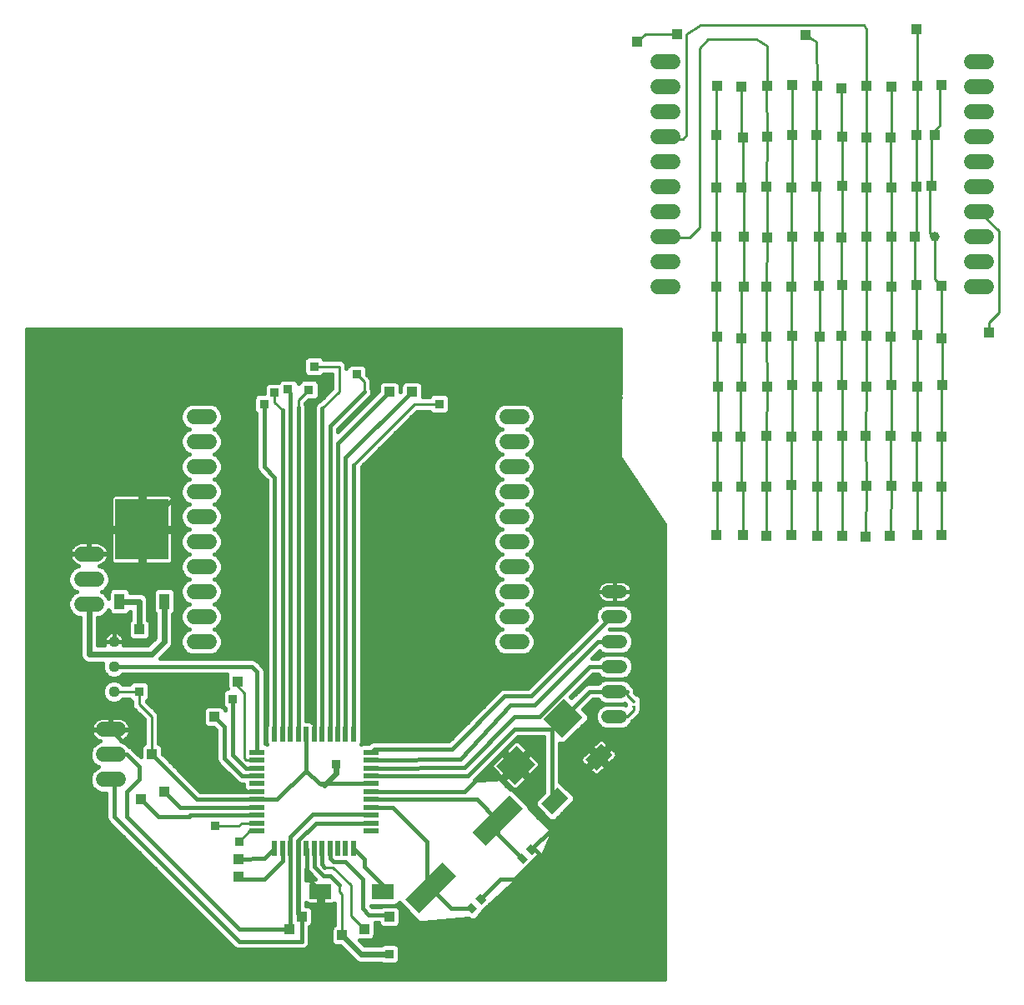
<source format=gbl>
G75*
%MOIN*%
%OFA0B0*%
%FSLAX24Y24*%
%IPPOS*%
%LPD*%
%AMOC8*
5,1,8,0,0,1.08239X$1,22.5*
%
%ADD10C,0.0520*%
%ADD11R,0.0276X0.0354*%
%ADD12C,0.0600*%
%ADD13R,0.0591X0.0197*%
%ADD14R,0.0197X0.0591*%
%ADD15C,0.0440*%
%ADD16R,0.2126X0.2441*%
%ADD17R,0.0394X0.0630*%
%ADD18R,0.0169X0.0110*%
%ADD19R,0.2100X0.0760*%
%ADD20R,0.1161X0.1063*%
%ADD21R,0.0906X0.0630*%
%ADD22C,0.0160*%
%ADD23C,0.0100*%
%ADD24R,0.0396X0.0396*%
%ADD25C,0.0240*%
%ADD26R,0.0357X0.0357*%
%ADD27C,0.0396*%
D10*
X024040Y011451D02*
X024560Y011451D01*
X024560Y012451D02*
X024040Y012451D01*
X024040Y013451D02*
X024560Y013451D01*
X024560Y014451D02*
X024040Y014451D01*
X024040Y015451D02*
X024560Y015451D01*
X024560Y016451D02*
X024040Y016451D01*
D11*
G36*
X021203Y006105D02*
X021008Y005910D01*
X020759Y006159D01*
X020954Y006354D01*
X021203Y006105D01*
G37*
G36*
X020841Y005743D02*
X020646Y005548D01*
X020397Y005797D01*
X020592Y005992D01*
X020841Y005743D01*
G37*
G36*
X019183Y004124D02*
X018988Y003929D01*
X018739Y004178D01*
X018934Y004373D01*
X019183Y004124D01*
G37*
G36*
X018821Y003763D02*
X018626Y003568D01*
X018377Y003817D01*
X018572Y004012D01*
X018821Y003763D01*
G37*
D12*
X020000Y014451D02*
X020600Y014451D01*
X020600Y015451D02*
X020000Y015451D01*
X020000Y016451D02*
X020600Y016451D01*
X020600Y017451D02*
X020000Y017451D01*
X020000Y018451D02*
X020600Y018451D01*
X020600Y019451D02*
X020000Y019451D01*
X020000Y020451D02*
X020600Y020451D01*
X020600Y021451D02*
X020000Y021451D01*
X020000Y022451D02*
X020600Y022451D01*
X020600Y023451D02*
X020000Y023451D01*
X026049Y028636D02*
X026649Y028636D01*
X026649Y029636D02*
X026049Y029636D01*
X026049Y030636D02*
X026649Y030636D01*
X026649Y031636D02*
X026049Y031636D01*
X026049Y032636D02*
X026649Y032636D01*
X026649Y033636D02*
X026049Y033636D01*
X026049Y034636D02*
X026649Y034636D01*
X026649Y035636D02*
X026049Y035636D01*
X026049Y036636D02*
X026649Y036636D01*
X026649Y037636D02*
X026049Y037636D01*
X038582Y037660D02*
X039182Y037660D01*
X039182Y036660D02*
X038582Y036660D01*
X038582Y035660D02*
X039182Y035660D01*
X039182Y034660D02*
X038582Y034660D01*
X038582Y033660D02*
X039182Y033660D01*
X039182Y032660D02*
X038582Y032660D01*
X038582Y031660D02*
X039182Y031660D01*
X039182Y030660D02*
X038582Y030660D01*
X038582Y029660D02*
X039182Y029660D01*
X039182Y028660D02*
X038582Y028660D01*
X008100Y023451D02*
X007500Y023451D01*
X007500Y022451D02*
X008100Y022451D01*
X008100Y021451D02*
X007500Y021451D01*
X007500Y020451D02*
X008100Y020451D01*
X008100Y019451D02*
X007500Y019451D01*
X007500Y018451D02*
X008100Y018451D01*
X008100Y017451D02*
X007500Y017451D01*
X007500Y016451D02*
X008100Y016451D01*
X008100Y015451D02*
X007500Y015451D01*
X007500Y014451D02*
X008100Y014451D01*
X004470Y010935D02*
X003870Y010935D01*
X003870Y009935D02*
X004470Y009935D01*
X004470Y008935D02*
X003870Y008935D01*
X003600Y015951D02*
X003000Y015951D01*
X003000Y016951D02*
X003600Y016951D01*
X003600Y017951D02*
X003000Y017951D01*
D13*
X010017Y010026D03*
X010017Y009711D03*
X010017Y009396D03*
X010017Y009081D03*
X010017Y008766D03*
X010017Y008451D03*
X010017Y008136D03*
X010017Y007821D03*
X010017Y007506D03*
X010017Y007191D03*
X010017Y006876D03*
X014583Y006876D03*
X014583Y007191D03*
X014583Y007506D03*
X014583Y007821D03*
X014583Y008136D03*
X014583Y008451D03*
X014583Y008766D03*
X014583Y009081D03*
X014583Y009396D03*
X014583Y009711D03*
X014583Y010026D03*
D14*
X013875Y010734D03*
X013560Y010734D03*
X013245Y010734D03*
X012930Y010734D03*
X012615Y010734D03*
X012300Y010734D03*
X011985Y010734D03*
X011670Y010734D03*
X011355Y010734D03*
X011040Y010734D03*
X010725Y010734D03*
X010725Y006167D03*
X011040Y006167D03*
X011355Y006167D03*
X011670Y006167D03*
X011985Y006167D03*
X012300Y006167D03*
X012615Y006167D03*
X012930Y006167D03*
X013245Y006167D03*
X013560Y006167D03*
X013875Y006167D03*
D15*
X004300Y012451D03*
X004300Y013451D03*
X004300Y014451D03*
D16*
X005418Y018935D03*
D17*
X004520Y016061D03*
X006316Y016061D03*
D18*
X025064Y012043D03*
X025064Y011843D03*
D19*
G36*
X020655Y007767D02*
X019171Y006283D01*
X018633Y006821D01*
X020117Y008305D01*
X020655Y007767D01*
G37*
G36*
X017967Y005080D02*
X016483Y003596D01*
X015945Y004134D01*
X017429Y005618D01*
X017967Y005080D01*
G37*
D20*
G36*
X021145Y009545D02*
X020326Y008726D01*
X019575Y009477D01*
X020394Y010296D01*
X021145Y009545D01*
G37*
G36*
X023025Y011424D02*
X022206Y010605D01*
X021455Y011356D01*
X022274Y012175D01*
X023025Y011424D01*
G37*
D21*
G36*
X023134Y009731D02*
X023774Y010371D01*
X024220Y009925D01*
X023580Y009285D01*
X023134Y009731D01*
G37*
G36*
X021380Y007977D02*
X022020Y008617D01*
X022466Y008171D01*
X021826Y007531D01*
X021380Y007977D01*
G37*
X015040Y004451D03*
X012560Y004451D03*
D22*
X000800Y000951D02*
X000800Y026951D01*
X024549Y026951D01*
X024549Y026829D01*
X024510Y021884D01*
X024500Y021834D01*
X024510Y021820D01*
X024510Y021803D01*
X024546Y021767D01*
X026300Y019154D01*
X021061Y019154D01*
X021058Y019145D02*
X021140Y019343D01*
X021140Y019558D01*
X021058Y019757D01*
X020906Y019909D01*
X020804Y019951D01*
X020906Y019993D01*
X021058Y020145D01*
X021140Y020343D01*
X021140Y020558D01*
X021058Y020757D01*
X020906Y020909D01*
X020804Y020951D01*
X020906Y020993D01*
X021058Y021145D01*
X021140Y021343D01*
X021140Y021558D01*
X021058Y021757D01*
X020906Y021909D01*
X020804Y021951D01*
X020906Y021993D01*
X021058Y022145D01*
X021140Y022343D01*
X021140Y022558D01*
X021058Y022757D01*
X020906Y022909D01*
X020804Y022951D01*
X020906Y022993D01*
X021058Y023145D01*
X021140Y023343D01*
X021140Y023558D01*
X021058Y023757D01*
X020906Y023909D01*
X020707Y023991D01*
X019893Y023991D01*
X019694Y023909D01*
X019542Y023757D01*
X019460Y023558D01*
X019460Y023343D01*
X019542Y023145D01*
X019694Y022993D01*
X019796Y022951D01*
X019694Y022909D01*
X019542Y022757D01*
X019460Y022558D01*
X019460Y022343D01*
X019542Y022145D01*
X019694Y021993D01*
X019796Y021951D01*
X019694Y021909D01*
X019542Y021757D01*
X019460Y021558D01*
X019460Y021343D01*
X019542Y021145D01*
X019694Y020993D01*
X019796Y020951D01*
X019694Y020909D01*
X019542Y020757D01*
X019460Y020558D01*
X019460Y020343D01*
X019542Y020145D01*
X019694Y019993D01*
X019796Y019951D01*
X019694Y019909D01*
X019542Y019757D01*
X019460Y019558D01*
X019460Y019343D01*
X019542Y019145D01*
X019694Y018993D01*
X019796Y018951D01*
X019694Y018909D01*
X019542Y018757D01*
X019460Y018558D01*
X019460Y018343D01*
X019542Y018145D01*
X019694Y017993D01*
X019796Y017951D01*
X019694Y017909D01*
X019542Y017757D01*
X019460Y017558D01*
X019460Y017343D01*
X019542Y017145D01*
X019694Y016993D01*
X019796Y016951D01*
X019694Y016909D01*
X019542Y016757D01*
X019460Y016558D01*
X019460Y016343D01*
X019542Y016145D01*
X019694Y015993D01*
X019796Y015951D01*
X019694Y015909D01*
X019542Y015757D01*
X019460Y015558D01*
X019460Y015343D01*
X019542Y015145D01*
X019694Y014993D01*
X019796Y014951D01*
X019694Y014909D01*
X019542Y014757D01*
X019460Y014558D01*
X019460Y014343D01*
X019542Y014145D01*
X019694Y013993D01*
X019893Y013911D01*
X020707Y013911D01*
X020906Y013993D01*
X021058Y014145D01*
X021140Y014343D01*
X021140Y014558D01*
X021058Y014757D01*
X020906Y014909D01*
X020804Y014951D01*
X020906Y014993D01*
X021058Y015145D01*
X021140Y015343D01*
X021140Y015558D01*
X021058Y015757D01*
X020906Y015909D01*
X020804Y015951D01*
X020906Y015993D01*
X021058Y016145D01*
X021140Y016343D01*
X021140Y016558D01*
X021058Y016757D01*
X020906Y016909D01*
X020804Y016951D01*
X020906Y016993D01*
X021058Y017145D01*
X021140Y017343D01*
X021140Y017558D01*
X021058Y017757D01*
X020906Y017909D01*
X020804Y017951D01*
X020906Y017993D01*
X021058Y018145D01*
X021140Y018343D01*
X021140Y018558D01*
X021058Y018757D01*
X020906Y018909D01*
X020804Y018951D01*
X020906Y018993D01*
X021058Y019145D01*
X021127Y019312D02*
X026193Y019312D01*
X026087Y019471D02*
X021140Y019471D01*
X021111Y019629D02*
X025981Y019629D01*
X025874Y019788D02*
X021027Y019788D01*
X020815Y019946D02*
X025768Y019946D01*
X025661Y020105D02*
X021018Y020105D01*
X021107Y020263D02*
X025555Y020263D01*
X025448Y020422D02*
X021140Y020422D01*
X021131Y020580D02*
X025342Y020580D01*
X025236Y020739D02*
X021065Y020739D01*
X020917Y020897D02*
X025129Y020897D01*
X025023Y021056D02*
X020969Y021056D01*
X021087Y021214D02*
X024916Y021214D01*
X024810Y021373D02*
X021140Y021373D01*
X021140Y021531D02*
X024703Y021531D01*
X024597Y021690D02*
X021085Y021690D01*
X020966Y021848D02*
X024503Y021848D01*
X024511Y022007D02*
X020920Y022007D01*
X021066Y022165D02*
X024512Y022165D01*
X024514Y022324D02*
X021132Y022324D01*
X021140Y022482D02*
X024515Y022482D01*
X024516Y022641D02*
X021106Y022641D01*
X021015Y022799D02*
X024517Y022799D01*
X024519Y022958D02*
X020821Y022958D01*
X021029Y023116D02*
X024520Y023116D01*
X024521Y023275D02*
X021112Y023275D01*
X021140Y023433D02*
X024522Y023433D01*
X024524Y023592D02*
X021126Y023592D01*
X021060Y023750D02*
X024525Y023750D01*
X024526Y023909D02*
X020905Y023909D01*
X019779Y022958D02*
X015717Y022958D01*
X015876Y023116D02*
X019571Y023116D01*
X019488Y023275D02*
X016034Y023275D01*
X016193Y023433D02*
X019460Y023433D01*
X019474Y023592D02*
X017637Y023592D01*
X017614Y023569D02*
X017682Y023636D01*
X017718Y023725D01*
X017718Y024177D01*
X017682Y024265D01*
X017614Y024333D01*
X017526Y024369D01*
X017074Y024369D01*
X016986Y024333D01*
X016918Y024265D01*
X016908Y024241D01*
X016638Y024241D01*
X016638Y024697D01*
X016601Y024785D01*
X016534Y024852D01*
X016445Y024889D01*
X015954Y024889D01*
X015866Y024852D01*
X015798Y024785D01*
X015761Y024697D01*
X015761Y024465D01*
X015738Y024442D01*
X015738Y024697D01*
X015702Y024785D01*
X015634Y024852D01*
X015546Y024889D01*
X015054Y024889D01*
X014966Y024852D01*
X014898Y024785D01*
X014862Y024697D01*
X014862Y024465D01*
X013250Y022853D01*
X013250Y022948D01*
X014571Y024270D01*
X014620Y024387D01*
X014620Y024514D01*
X014590Y024587D01*
X014590Y024894D01*
X014546Y025001D01*
X014464Y025082D01*
X014419Y025128D01*
X014419Y025362D01*
X014383Y025450D01*
X014315Y025518D01*
X014227Y025554D01*
X013775Y025554D01*
X013686Y025518D01*
X013619Y025450D01*
X013590Y025380D01*
X013590Y025508D01*
X013546Y025615D01*
X013464Y025697D01*
X013358Y025741D01*
X012692Y025741D01*
X012682Y025765D01*
X012614Y025833D01*
X012526Y025869D01*
X012074Y025869D01*
X011986Y025833D01*
X011918Y025765D01*
X011882Y025677D01*
X011882Y025225D01*
X011918Y025136D01*
X011986Y025069D01*
X012074Y025032D01*
X012526Y025032D01*
X012614Y025069D01*
X012682Y025136D01*
X012692Y025161D01*
X013010Y025161D01*
X013010Y024571D01*
X012506Y024067D01*
X012434Y024037D01*
X012344Y023947D01*
X012295Y023829D01*
X012295Y011210D01*
X012243Y011210D01*
X012219Y011233D01*
X012131Y011270D01*
X011990Y011270D01*
X011990Y023885D01*
X011960Y023957D01*
X011960Y023984D01*
X012075Y024099D01*
X012310Y024099D01*
X012398Y024136D01*
X012465Y024203D01*
X012502Y024292D01*
X012502Y024744D01*
X012465Y024832D01*
X012398Y024900D01*
X012310Y024936D01*
X011857Y024936D01*
X011769Y024900D01*
X011702Y024832D01*
X011675Y024768D01*
X011675Y024771D01*
X011639Y024860D01*
X011571Y024927D01*
X011483Y024964D01*
X011031Y024964D01*
X010942Y024927D01*
X010875Y024860D01*
X000800Y024860D01*
X000800Y025018D02*
X013010Y025018D01*
X013010Y024860D02*
X012438Y024860D01*
X012502Y024701D02*
X013010Y024701D01*
X012982Y024543D02*
X012502Y024543D01*
X012502Y024384D02*
X012823Y024384D01*
X012800Y024451D02*
X012300Y023951D01*
X012300Y010734D01*
X012300Y011451D01*
X012295Y011387D02*
X011990Y011387D01*
X011990Y011546D02*
X012295Y011546D01*
X012295Y011704D02*
X011990Y011704D01*
X011990Y011863D02*
X012295Y011863D01*
X012295Y012021D02*
X011990Y012021D01*
X011990Y012180D02*
X012295Y012180D01*
X012295Y012338D02*
X011990Y012338D01*
X011990Y012497D02*
X012295Y012497D01*
X012295Y012655D02*
X011990Y012655D01*
X011990Y012814D02*
X012295Y012814D01*
X012295Y012972D02*
X011990Y012972D01*
X011990Y013131D02*
X012295Y013131D01*
X012295Y013289D02*
X011990Y013289D01*
X011990Y013448D02*
X012295Y013448D01*
X012295Y013606D02*
X011990Y013606D01*
X011990Y013765D02*
X012295Y013765D01*
X012295Y013923D02*
X011990Y013923D01*
X011990Y014082D02*
X012295Y014082D01*
X012295Y014240D02*
X011990Y014240D01*
X011990Y014399D02*
X012295Y014399D01*
X012295Y014557D02*
X011990Y014557D01*
X011990Y014716D02*
X012295Y014716D01*
X012295Y014874D02*
X011990Y014874D01*
X011990Y015033D02*
X012295Y015033D01*
X012295Y015191D02*
X011990Y015191D01*
X011990Y015350D02*
X012295Y015350D01*
X012295Y015508D02*
X011990Y015508D01*
X011990Y015667D02*
X012295Y015667D01*
X012295Y015825D02*
X011990Y015825D01*
X011990Y015984D02*
X012295Y015984D01*
X012295Y016142D02*
X011990Y016142D01*
X011990Y016301D02*
X012295Y016301D01*
X012295Y016459D02*
X011990Y016459D01*
X011990Y016618D02*
X012295Y016618D01*
X012295Y016776D02*
X011990Y016776D01*
X011990Y016935D02*
X012295Y016935D01*
X012295Y017093D02*
X011990Y017093D01*
X011990Y017252D02*
X012295Y017252D01*
X012295Y017410D02*
X011990Y017410D01*
X011990Y017569D02*
X012295Y017569D01*
X012295Y017727D02*
X011990Y017727D01*
X011990Y017886D02*
X012295Y017886D01*
X012295Y018044D02*
X011990Y018044D01*
X011990Y018203D02*
X012295Y018203D01*
X012295Y018361D02*
X011990Y018361D01*
X011990Y018520D02*
X012295Y018520D01*
X012295Y018678D02*
X011990Y018678D01*
X011990Y018837D02*
X012295Y018837D01*
X012295Y018995D02*
X011990Y018995D01*
X011990Y019154D02*
X012295Y019154D01*
X012295Y019312D02*
X011990Y019312D01*
X011990Y019471D02*
X012295Y019471D01*
X012295Y019629D02*
X011990Y019629D01*
X011990Y019788D02*
X012295Y019788D01*
X012295Y019946D02*
X011990Y019946D01*
X011990Y020105D02*
X012295Y020105D01*
X012295Y020263D02*
X011990Y020263D01*
X011990Y020422D02*
X012295Y020422D01*
X012295Y020580D02*
X011990Y020580D01*
X011990Y020739D02*
X012295Y020739D01*
X012295Y020897D02*
X011990Y020897D01*
X011990Y021056D02*
X012295Y021056D01*
X012295Y021214D02*
X011990Y021214D01*
X011990Y021373D02*
X012295Y021373D01*
X012295Y021531D02*
X011990Y021531D01*
X011990Y021690D02*
X012295Y021690D01*
X012295Y021848D02*
X011990Y021848D01*
X011990Y022007D02*
X012295Y022007D01*
X012295Y022165D02*
X011990Y022165D01*
X011990Y022324D02*
X012295Y022324D01*
X012295Y022482D02*
X011990Y022482D01*
X011990Y022641D02*
X012295Y022641D01*
X012295Y022799D02*
X011990Y022799D01*
X011990Y022958D02*
X012295Y022958D01*
X012295Y023116D02*
X011990Y023116D01*
X011990Y023275D02*
X012295Y023275D01*
X012295Y023433D02*
X011990Y023433D01*
X011990Y023592D02*
X012295Y023592D01*
X012295Y023750D02*
X011990Y023750D01*
X011980Y023909D02*
X012328Y023909D01*
X012506Y024067D02*
X012043Y024067D01*
X011670Y023821D02*
X011670Y010734D01*
X011355Y010734D02*
X011355Y024396D01*
X011638Y024860D02*
X011729Y024860D01*
X011901Y025177D02*
X000800Y025177D01*
X000800Y025335D02*
X011882Y025335D01*
X011882Y025494D02*
X000800Y025494D01*
X000800Y025652D02*
X011882Y025652D01*
X011964Y025811D02*
X000800Y025811D01*
X000800Y025969D02*
X024543Y025969D01*
X024541Y025811D02*
X012636Y025811D01*
X012800Y024951D02*
X010300Y024951D01*
X010407Y024793D02*
X010339Y024726D01*
X010303Y024638D01*
X010303Y024369D01*
X010074Y024369D01*
X009986Y024333D01*
X009918Y024265D01*
X009882Y024177D01*
X009882Y023725D01*
X009918Y023636D01*
X009980Y023575D01*
X009980Y021387D01*
X010029Y021270D01*
X010119Y021180D01*
X010405Y020893D01*
X010405Y011122D01*
X010387Y011077D01*
X010387Y010391D01*
X010406Y010345D01*
X010360Y010364D01*
X010337Y010364D01*
X010337Y013298D01*
X010288Y013416D01*
X010071Y013632D01*
X009981Y013722D01*
X009864Y013771D01*
X006129Y013771D01*
X006605Y014247D01*
X006660Y014379D01*
X006660Y015554D01*
X006716Y015610D01*
X006753Y015698D01*
X006753Y016424D01*
X006716Y016512D01*
X006649Y016579D01*
X006560Y016616D01*
X006071Y016616D01*
X005983Y016579D01*
X005915Y016512D01*
X005879Y016424D01*
X005879Y015698D01*
X005915Y015610D01*
X005940Y015586D01*
X005940Y014600D01*
X005651Y014311D01*
X004675Y014311D01*
X004685Y014334D01*
X004700Y014411D01*
X004700Y014451D01*
X004700Y014490D01*
X004685Y014567D01*
X004654Y014640D01*
X004611Y014706D01*
X004555Y014761D01*
X004489Y014805D01*
X004417Y014835D01*
X004339Y014851D01*
X004300Y014851D01*
X004261Y014851D01*
X004183Y014835D01*
X004111Y014805D01*
X004045Y014761D01*
X003989Y014706D01*
X003946Y014640D01*
X003915Y014567D01*
X003900Y014490D01*
X003900Y014451D01*
X004300Y014451D01*
X004300Y014851D01*
X004300Y014451D01*
X004300Y014451D01*
X004300Y014451D01*
X004700Y014451D01*
X004300Y014451D01*
X004300Y014451D01*
X003900Y014451D01*
X003900Y014411D01*
X003915Y014334D01*
X003925Y014311D01*
X003660Y014311D01*
X003660Y015411D01*
X003707Y015411D01*
X003906Y015493D01*
X004058Y015645D01*
X004084Y015707D01*
X004084Y015698D01*
X004120Y015610D01*
X004188Y015543D01*
X004276Y015506D01*
X004765Y015506D01*
X004853Y015543D01*
X004921Y015610D01*
X004940Y015657D01*
X004940Y015326D01*
X004898Y015285D01*
X004862Y015197D01*
X004862Y014705D01*
X004898Y014617D01*
X004966Y014549D01*
X005054Y014513D01*
X005546Y014513D01*
X005634Y014549D01*
X005702Y014617D01*
X005738Y014705D01*
X005738Y015197D01*
X005702Y015285D01*
X005660Y015326D01*
X005660Y016133D01*
X005605Y016265D01*
X005504Y016366D01*
X005372Y016421D01*
X004957Y016421D01*
X004957Y016424D01*
X004921Y016512D01*
X004853Y016579D01*
X004765Y016616D01*
X004276Y016616D01*
X004188Y016579D01*
X004120Y016512D01*
X004084Y016424D01*
X004084Y016194D01*
X004058Y016257D01*
X003906Y016409D01*
X003804Y016451D01*
X003906Y016493D01*
X004058Y016645D01*
X004140Y016843D01*
X004140Y017058D01*
X004058Y017257D01*
X003906Y017409D01*
X003721Y017485D01*
X003784Y017506D01*
X003852Y017540D01*
X003913Y017585D01*
X003966Y017638D01*
X004011Y017699D01*
X004045Y017767D01*
X004068Y017838D01*
X004080Y017913D01*
X004080Y017931D01*
X003320Y017931D01*
X003320Y017971D01*
X003280Y017971D01*
X003280Y018431D01*
X002962Y018431D01*
X002888Y018419D01*
X002816Y018396D01*
X002748Y018361D01*
X000800Y018361D01*
X000800Y018203D02*
X002590Y018203D01*
X002589Y018202D02*
X002555Y018135D01*
X002532Y018063D01*
X002520Y017989D01*
X002520Y017971D01*
X003280Y017971D01*
X003280Y017931D01*
X002520Y017931D01*
X002520Y017913D01*
X002532Y017838D01*
X002555Y017767D01*
X002589Y017699D01*
X002634Y017638D01*
X002687Y017585D01*
X002748Y017540D01*
X002816Y017506D01*
X002879Y017485D01*
X002694Y017409D01*
X002542Y017257D01*
X002460Y017058D01*
X002460Y016843D01*
X002542Y016645D01*
X002694Y016493D01*
X002796Y016451D01*
X002694Y016409D01*
X002542Y016257D01*
X002460Y016058D01*
X002460Y015843D01*
X002542Y015645D01*
X002694Y015493D01*
X002893Y015411D01*
X002940Y015411D01*
X002940Y013879D01*
X002995Y013747D01*
X003096Y013646D01*
X003228Y013591D01*
X003860Y013591D01*
X003840Y013542D01*
X003840Y013359D01*
X003910Y013190D01*
X004039Y013061D01*
X004208Y012991D01*
X004391Y012991D01*
X004561Y013061D01*
X004631Y013131D01*
X008821Y013131D01*
X008811Y013106D01*
X008811Y012614D01*
X008829Y012570D01*
X008742Y012533D01*
X008674Y012466D01*
X008637Y012378D01*
X008637Y011925D01*
X008674Y011837D01*
X008736Y011775D01*
X008736Y011702D01*
X008702Y011785D01*
X008634Y011852D01*
X008546Y011889D01*
X008054Y011889D01*
X007966Y011852D01*
X007898Y011785D01*
X007862Y011697D01*
X007862Y011205D01*
X007898Y011117D01*
X007966Y011049D01*
X008054Y011013D01*
X008286Y011013D01*
X008382Y010917D01*
X008382Y009726D01*
X008430Y009608D01*
X008520Y009518D01*
X009229Y008809D01*
X009347Y008761D01*
X009481Y008761D01*
X009481Y008620D01*
X009518Y008531D01*
X009541Y008508D01*
X009541Y008456D01*
X007748Y008456D01*
X006238Y009965D01*
X006238Y010197D01*
X006202Y010285D01*
X006134Y010352D01*
X006090Y010371D01*
X006090Y011508D01*
X006046Y011615D01*
X005964Y011697D01*
X005599Y012062D01*
X005614Y012069D01*
X005682Y012136D01*
X005718Y012225D01*
X005718Y012677D01*
X005682Y012765D01*
X005614Y012833D01*
X005526Y012869D01*
X005074Y012869D01*
X004986Y012833D01*
X004918Y012765D01*
X004908Y012741D01*
X004661Y012741D01*
X004561Y012841D01*
X004391Y012911D01*
X004208Y012911D01*
X004039Y012841D01*
X003910Y012711D01*
X003840Y012542D01*
X003840Y012359D01*
X003910Y012190D01*
X004039Y012061D01*
X004208Y011991D01*
X004391Y011991D01*
X004561Y012061D01*
X004661Y012161D01*
X004908Y012161D01*
X004918Y012136D01*
X004986Y012069D01*
X005010Y012059D01*
X005010Y011893D01*
X005054Y011787D01*
X005510Y011331D01*
X005510Y010371D01*
X005466Y010352D01*
X005398Y010285D01*
X005362Y010197D01*
X005362Y009841D01*
X005087Y010116D01*
X005087Y010116D01*
X004997Y010206D01*
X004931Y010234D01*
X004928Y010241D01*
X004776Y010393D01*
X004591Y010470D01*
X004654Y010490D01*
X004722Y010525D01*
X004783Y010569D01*
X004836Y010622D01*
X004881Y010683D01*
X004915Y010751D01*
X004938Y010823D01*
X004950Y010897D01*
X004950Y010915D01*
X004190Y010915D01*
X004190Y010955D01*
X004150Y010955D01*
X004150Y010915D01*
X003390Y010915D01*
X003390Y010897D01*
X003402Y010823D01*
X003425Y010751D01*
X003460Y010683D01*
X003504Y010622D01*
X003557Y010569D01*
X003619Y010525D01*
X003686Y010490D01*
X003749Y010470D01*
X003564Y010393D01*
X003412Y010241D01*
X003330Y010042D01*
X003330Y009828D01*
X003412Y009629D01*
X003564Y009477D01*
X003666Y009435D01*
X003564Y009393D01*
X003412Y009241D01*
X003330Y009042D01*
X003330Y008828D01*
X003412Y008629D01*
X003564Y008477D01*
X003763Y008395D01*
X003980Y008395D01*
X003980Y007387D01*
X004029Y007270D01*
X004119Y007180D01*
X009119Y002180D01*
X009236Y002131D01*
X011864Y002131D01*
X011981Y002180D01*
X012071Y002270D01*
X012120Y002387D01*
X012120Y003043D01*
X012134Y003049D01*
X012202Y003117D01*
X012238Y003205D01*
X012238Y003697D01*
X012202Y003785D01*
X012134Y003852D01*
X012046Y003889D01*
X011990Y003889D01*
X011990Y003998D01*
X011997Y003992D01*
X012038Y003968D01*
X012083Y003956D01*
X012482Y003956D01*
X012482Y004373D01*
X012637Y004373D01*
X012637Y003956D01*
X013036Y003956D01*
X013082Y003968D01*
X013120Y003990D01*
X013120Y003116D01*
X013092Y003104D01*
X013024Y003037D01*
X012988Y002949D01*
X012988Y002457D01*
X013024Y002369D01*
X013092Y002301D01*
X013180Y002265D01*
X013355Y002265D01*
X013873Y001747D01*
X013974Y001646D01*
X014106Y001591D01*
X014964Y001591D01*
X014986Y001569D01*
X015074Y001532D01*
X015526Y001532D01*
X015614Y001569D01*
X015682Y001636D01*
X015718Y001725D01*
X015718Y002177D01*
X015682Y002265D01*
X015614Y002333D01*
X015526Y002369D01*
X015074Y002369D01*
X014986Y002333D01*
X014964Y002311D01*
X014327Y002311D01*
X014125Y002513D01*
X014546Y002513D01*
X014634Y002549D01*
X014702Y002617D01*
X014738Y002705D01*
X014738Y003197D01*
X014733Y003210D01*
X014862Y003210D01*
X014862Y003205D01*
X014898Y003117D01*
X014966Y003049D01*
X015054Y003013D01*
X015546Y003013D01*
X015634Y003049D01*
X015702Y003117D01*
X015738Y003205D01*
X015738Y003697D01*
X015702Y003785D01*
X015634Y003852D01*
X015546Y003889D01*
X015054Y003889D01*
X014966Y003852D01*
X014963Y003850D01*
X014622Y003850D01*
X014575Y003896D01*
X015541Y003896D01*
X015629Y003932D01*
X015696Y004000D01*
X015697Y004001D01*
X016410Y003288D01*
X016411Y003279D01*
X016456Y003242D01*
X016498Y003200D01*
X016507Y003200D01*
X016514Y003195D01*
X016572Y003200D01*
X016630Y003200D01*
X016636Y003207D01*
X018468Y003387D01*
X018491Y003363D01*
X018579Y003327D01*
X018675Y003327D01*
X018763Y003363D01*
X019026Y003626D01*
X019052Y003689D01*
X021387Y005814D01*
X021422Y005828D01*
X021434Y005856D01*
X021457Y005877D01*
X021459Y005915D01*
X021790Y006714D01*
X021814Y006739D01*
X021814Y006773D01*
X021828Y006805D01*
X021814Y006837D01*
X021814Y006871D01*
X021790Y006896D01*
X021777Y006928D01*
X021745Y006941D01*
X020895Y007791D01*
X020895Y007816D01*
X020858Y007904D01*
X020253Y008509D01*
X020165Y008545D01*
X020140Y008545D01*
X019810Y008875D01*
X019810Y008881D01*
X019764Y008922D01*
X019721Y008965D01*
X019715Y008965D01*
X019711Y008969D01*
X019649Y008965D01*
X019588Y008965D01*
X019584Y008961D01*
X018710Y008908D01*
X020433Y010631D01*
X021480Y010631D01*
X021480Y008416D01*
X021177Y008112D01*
X021140Y008024D01*
X021140Y007929D01*
X021177Y007840D01*
X021690Y007328D01*
X021778Y007291D01*
X021873Y007291D01*
X021962Y007328D01*
X022669Y008035D01*
X022706Y008124D01*
X022706Y008219D01*
X022669Y008307D01*
X022156Y008820D01*
X022120Y008835D01*
X022120Y010379D01*
X022157Y010364D01*
X022253Y010364D01*
X022341Y010400D01*
X023229Y011289D01*
X023266Y011377D01*
X023266Y011473D01*
X023229Y011561D01*
X023046Y011744D01*
X023433Y012131D01*
X023653Y012131D01*
X023757Y012027D01*
X023941Y011951D01*
X023757Y011875D01*
X023616Y011734D01*
X023540Y011550D01*
X023540Y011351D01*
X023616Y011168D01*
X023757Y011027D01*
X023941Y010951D01*
X024659Y010951D01*
X024843Y011027D01*
X024984Y011168D01*
X025024Y011265D01*
X025046Y011287D01*
X025310Y011550D01*
X025351Y011651D01*
X025352Y011651D01*
X025388Y011740D01*
X025388Y012146D01*
X025352Y012234D01*
X025284Y012302D01*
X025196Y012338D01*
X025179Y012338D01*
X025120Y012397D01*
X025120Y012514D01*
X025071Y012632D01*
X024994Y012709D01*
X024984Y012734D01*
X024843Y012875D01*
X024659Y012951D01*
X024843Y013027D01*
X024984Y013168D01*
X025060Y013351D01*
X025060Y013550D01*
X024984Y013734D01*
X024843Y013875D01*
X024659Y013951D01*
X024843Y014027D01*
X024984Y014168D01*
X025060Y014351D01*
X025060Y014550D01*
X024984Y014734D01*
X024843Y014875D01*
X024659Y014951D01*
X024843Y015027D01*
X024984Y015168D01*
X025060Y015351D01*
X025060Y015550D01*
X024984Y015734D01*
X024843Y015875D01*
X024659Y015951D01*
X023941Y015951D01*
X023757Y015875D01*
X023616Y015734D01*
X023540Y015550D01*
X023540Y015351D01*
X023562Y015299D01*
X020852Y012590D01*
X019858Y012590D01*
X019741Y012541D01*
X019651Y012451D01*
X017664Y010464D01*
X014638Y010464D01*
X014520Y010415D01*
X014469Y010364D01*
X014240Y010364D01*
X014194Y010345D01*
X014213Y010391D01*
X014213Y011077D01*
X014195Y011122D01*
X014195Y021435D01*
X016420Y023661D01*
X016908Y023661D01*
X016918Y023636D01*
X016986Y023569D01*
X017074Y023532D01*
X017526Y023532D01*
X017614Y023569D01*
X017718Y023750D02*
X019540Y023750D01*
X019695Y023909D02*
X017718Y023909D01*
X017718Y024067D02*
X024528Y024067D01*
X024529Y024226D02*
X017698Y024226D01*
X016963Y023592D02*
X016351Y023592D01*
X016638Y024384D02*
X024530Y024384D01*
X024531Y024543D02*
X016638Y024543D01*
X016636Y024701D02*
X024533Y024701D01*
X024534Y024860D02*
X016516Y024860D01*
X016200Y024451D02*
X013560Y021811D01*
X013560Y010734D01*
X013875Y010734D02*
X013875Y021526D01*
X014195Y021373D02*
X019460Y021373D01*
X019460Y021531D02*
X014291Y021531D01*
X014449Y021690D02*
X019515Y021690D01*
X019634Y021848D02*
X014608Y021848D01*
X014766Y022007D02*
X019680Y022007D01*
X019534Y022165D02*
X014925Y022165D01*
X015083Y022324D02*
X019468Y022324D01*
X019460Y022482D02*
X015242Y022482D01*
X015400Y022641D02*
X019494Y022641D01*
X019585Y022799D02*
X015559Y022799D01*
X014305Y023909D02*
X014211Y023909D01*
X014147Y023750D02*
X014052Y023750D01*
X013988Y023592D02*
X013894Y023592D01*
X013830Y023433D02*
X013735Y023433D01*
X013671Y023275D02*
X013577Y023275D01*
X013513Y023116D02*
X013418Y023116D01*
X013354Y022958D02*
X013260Y022958D01*
X012930Y023081D02*
X014300Y024451D01*
X014528Y024226D02*
X014622Y024226D01*
X014619Y024384D02*
X014781Y024384D01*
X014862Y024543D02*
X014608Y024543D01*
X014590Y024701D02*
X014864Y024701D01*
X014984Y024860D02*
X014590Y024860D01*
X014528Y025018D02*
X024535Y025018D01*
X024536Y025177D02*
X014419Y025177D01*
X014419Y025335D02*
X024538Y025335D01*
X024539Y025494D02*
X014339Y025494D01*
X013663Y025494D02*
X013590Y025494D01*
X013509Y025652D02*
X024540Y025652D01*
X024544Y026128D02*
X000800Y026128D01*
X000800Y026286D02*
X024545Y026286D01*
X024546Y026445D02*
X000800Y026445D01*
X000800Y026603D02*
X024548Y026603D01*
X024549Y026762D02*
X000800Y026762D01*
X000800Y026920D02*
X024549Y026920D01*
X019513Y021214D02*
X014195Y021214D01*
X014195Y021056D02*
X019631Y021056D01*
X019683Y020897D02*
X014195Y020897D01*
X014195Y020739D02*
X019535Y020739D01*
X019469Y020580D02*
X014195Y020580D01*
X014195Y020422D02*
X019460Y020422D01*
X019493Y020263D02*
X014195Y020263D01*
X014195Y020105D02*
X019582Y020105D01*
X019785Y019946D02*
X014195Y019946D01*
X014195Y019788D02*
X019573Y019788D01*
X019489Y019629D02*
X014195Y019629D01*
X014195Y019471D02*
X019460Y019471D01*
X019473Y019312D02*
X014195Y019312D01*
X014195Y019154D02*
X019539Y019154D01*
X019692Y018995D02*
X014195Y018995D01*
X014195Y018837D02*
X019622Y018837D01*
X019510Y018678D02*
X014195Y018678D01*
X014195Y018520D02*
X019460Y018520D01*
X019460Y018361D02*
X014195Y018361D01*
X014195Y018203D02*
X019518Y018203D01*
X019643Y018044D02*
X014195Y018044D01*
X014195Y017886D02*
X019671Y017886D01*
X019530Y017727D02*
X014195Y017727D01*
X014195Y017569D02*
X019464Y017569D01*
X019460Y017410D02*
X014195Y017410D01*
X014195Y017252D02*
X019498Y017252D01*
X019594Y017093D02*
X014195Y017093D01*
X014195Y016935D02*
X019757Y016935D01*
X019562Y016776D02*
X014195Y016776D01*
X014195Y016618D02*
X019485Y016618D01*
X019460Y016459D02*
X014195Y016459D01*
X014195Y016301D02*
X019478Y016301D01*
X019545Y016142D02*
X014195Y016142D01*
X014195Y015984D02*
X019716Y015984D01*
X019611Y015825D02*
X014195Y015825D01*
X014195Y015667D02*
X019505Y015667D01*
X019460Y015508D02*
X014195Y015508D01*
X014195Y015350D02*
X019460Y015350D01*
X019523Y015191D02*
X014195Y015191D01*
X014195Y015033D02*
X019654Y015033D01*
X019660Y014874D02*
X014195Y014874D01*
X014195Y014716D02*
X019525Y014716D01*
X019460Y014557D02*
X014195Y014557D01*
X014195Y014399D02*
X019460Y014399D01*
X019503Y014240D02*
X014195Y014240D01*
X014195Y014082D02*
X019605Y014082D01*
X019862Y013923D02*
X014195Y013923D01*
X014195Y013765D02*
X022028Y013765D01*
X022186Y013923D02*
X020738Y013923D01*
X020995Y014082D02*
X022345Y014082D01*
X022503Y014240D02*
X021097Y014240D01*
X021140Y014399D02*
X022662Y014399D01*
X022820Y014557D02*
X021140Y014557D01*
X021075Y014716D02*
X022979Y014716D01*
X023137Y014874D02*
X020940Y014874D01*
X020946Y015033D02*
X023296Y015033D01*
X023454Y015191D02*
X021077Y015191D01*
X021140Y015350D02*
X023541Y015350D01*
X023540Y015508D02*
X021140Y015508D01*
X021095Y015667D02*
X023588Y015667D01*
X023707Y015825D02*
X020989Y015825D01*
X020884Y015984D02*
X026300Y015984D01*
X026300Y016142D02*
X024874Y016142D01*
X024896Y016164D02*
X024936Y016220D01*
X024968Y016282D01*
X024989Y016348D01*
X025000Y016416D01*
X025000Y016451D01*
X025000Y016485D01*
X024989Y016554D01*
X024968Y016620D01*
X024936Y016681D01*
X024896Y016737D01*
X024847Y016786D01*
X024791Y016827D01*
X024729Y016859D01*
X024663Y016880D01*
X024595Y016891D01*
X024300Y016891D01*
X024005Y016891D01*
X023937Y016880D01*
X023871Y016859D01*
X023809Y016827D01*
X023753Y016786D01*
X023704Y016737D01*
X023664Y016681D01*
X023632Y016620D01*
X023611Y016554D01*
X023600Y016485D01*
X023600Y016451D01*
X024300Y016451D01*
X024300Y016891D01*
X024300Y016451D01*
X024300Y016451D01*
X024300Y016451D01*
X025000Y016451D01*
X024300Y016451D01*
X024300Y016451D01*
X023600Y016451D01*
X023600Y016416D01*
X023611Y016348D01*
X023632Y016282D01*
X023664Y016220D01*
X023704Y016164D01*
X023753Y016115D01*
X023809Y016074D01*
X023871Y016043D01*
X023937Y016022D01*
X024005Y016011D01*
X024300Y016011D01*
X024595Y016011D01*
X024663Y016022D01*
X024729Y016043D01*
X024791Y016074D01*
X024847Y016115D01*
X024896Y016164D01*
X024974Y016301D02*
X026300Y016301D01*
X026300Y016459D02*
X025000Y016459D01*
X024968Y016618D02*
X026300Y016618D01*
X026300Y016776D02*
X024857Y016776D01*
X024300Y016776D02*
X024300Y016776D01*
X024300Y016618D02*
X024300Y016618D01*
X024300Y016459D02*
X024300Y016459D01*
X024300Y016451D02*
X024300Y016011D01*
X024300Y016451D01*
X024300Y016451D01*
X024300Y016301D02*
X024300Y016301D01*
X024300Y016142D02*
X024300Y016142D01*
X024893Y015825D02*
X026300Y015825D01*
X026300Y015667D02*
X025012Y015667D01*
X025060Y015508D02*
X026300Y015508D01*
X026300Y015350D02*
X025059Y015350D01*
X024994Y015191D02*
X026300Y015191D01*
X026300Y015033D02*
X024849Y015033D01*
X024844Y014874D02*
X026300Y014874D01*
X026300Y014716D02*
X024991Y014716D01*
X025057Y014557D02*
X026300Y014557D01*
X026300Y014399D02*
X025060Y014399D01*
X025014Y014240D02*
X026300Y014240D01*
X026300Y014082D02*
X024898Y014082D01*
X024726Y013923D02*
X026300Y013923D01*
X026300Y013765D02*
X024953Y013765D01*
X025037Y013606D02*
X026300Y013606D01*
X026300Y013448D02*
X025060Y013448D01*
X025034Y013289D02*
X026300Y013289D01*
X026300Y013131D02*
X024947Y013131D01*
X024711Y012972D02*
X026300Y012972D01*
X026300Y012814D02*
X024904Y012814D01*
X025048Y012655D02*
X026300Y012655D01*
X026300Y012497D02*
X025120Y012497D01*
X025196Y012338D02*
X026300Y012338D01*
X026300Y012180D02*
X025374Y012180D01*
X025388Y012021D02*
X026300Y012021D01*
X026300Y011863D02*
X025388Y011863D01*
X025374Y011704D02*
X026300Y011704D01*
X026300Y011546D02*
X025305Y011546D01*
X025147Y011387D02*
X026300Y011387D01*
X026300Y011229D02*
X025009Y011229D01*
X024887Y011070D02*
X026300Y011070D01*
X026300Y010912D02*
X022852Y010912D01*
X023011Y011070D02*
X023713Y011070D01*
X023591Y011229D02*
X023169Y011229D01*
X023266Y011387D02*
X023540Y011387D01*
X023540Y011546D02*
X023236Y011546D01*
X023086Y011704D02*
X023604Y011704D01*
X023745Y011863D02*
X023165Y011863D01*
X023323Y012021D02*
X023770Y012021D01*
X023941Y011951D02*
X024659Y011951D01*
X024739Y011918D01*
X024739Y011958D01*
X024721Y011976D01*
X024659Y011951D01*
X023941Y011951D01*
X024300Y012451D02*
X023300Y012451D01*
X022240Y011390D01*
X021800Y010951D01*
X021800Y008197D01*
X021923Y008074D01*
X022376Y007742D02*
X026300Y007742D01*
X026300Y007900D02*
X022534Y007900D01*
X022679Y008059D02*
X026300Y008059D01*
X026300Y008217D02*
X022706Y008217D01*
X022601Y008376D02*
X026300Y008376D01*
X026300Y008534D02*
X022442Y008534D01*
X022284Y008693D02*
X026300Y008693D01*
X026300Y008851D02*
X022120Y008851D01*
X022120Y009010D02*
X026300Y009010D01*
X026300Y009168D02*
X023717Y009168D01*
X023690Y009141D02*
X023972Y009423D01*
X023677Y009718D01*
X023787Y009828D01*
X023677Y009937D01*
X024070Y010330D01*
X023885Y010515D01*
X023844Y010538D01*
X023798Y010551D01*
X023751Y010551D01*
X023705Y010538D01*
X023664Y010515D01*
X023382Y010232D01*
X023677Y009937D01*
X023567Y009828D01*
X023272Y010123D01*
X022990Y009841D01*
X022966Y009800D01*
X022954Y009754D01*
X022954Y009707D01*
X022966Y009661D01*
X022990Y009620D01*
X023175Y009435D01*
X023567Y009828D01*
X023677Y009718D01*
X023284Y009325D01*
X023469Y009141D01*
X023510Y009117D01*
X023556Y009105D01*
X023603Y009105D01*
X023649Y009117D01*
X023690Y009141D01*
X023441Y009168D02*
X022120Y009168D01*
X022120Y009327D02*
X023286Y009327D01*
X023225Y009485D02*
X023444Y009485D01*
X023383Y009644D02*
X023603Y009644D01*
X023751Y009644D02*
X023970Y009644D01*
X024082Y009533D02*
X024364Y009815D01*
X024388Y009856D01*
X024400Y009901D01*
X024400Y009949D01*
X024388Y009995D01*
X024364Y010036D01*
X024179Y010220D01*
X023787Y009828D01*
X024082Y009533D01*
X024193Y009644D02*
X026300Y009644D01*
X026300Y009802D02*
X024351Y009802D01*
X024397Y009961D02*
X026300Y009961D01*
X026300Y010119D02*
X024280Y010119D01*
X024078Y010119D02*
X023859Y010119D01*
X023920Y009961D02*
X023700Y009961D01*
X023653Y009961D02*
X023434Y009961D01*
X023495Y010119D02*
X023276Y010119D01*
X023269Y010119D02*
X022120Y010119D01*
X022120Y009961D02*
X023110Y009961D01*
X022968Y009802D02*
X022120Y009802D01*
X022120Y009644D02*
X022976Y009644D01*
X023124Y009485D02*
X022120Y009485D01*
X021480Y009485D02*
X021317Y009485D01*
X021315Y009477D02*
X021327Y009522D01*
X021327Y009570D01*
X021315Y009616D01*
X021291Y009657D01*
X020955Y009993D01*
X020474Y009511D01*
X020920Y009065D01*
X021291Y009436D01*
X021315Y009477D01*
X021298Y009644D02*
X021480Y009644D01*
X021480Y009802D02*
X021145Y009802D01*
X020987Y009961D02*
X021480Y009961D01*
X021480Y010119D02*
X020828Y010119D01*
X020842Y010106D02*
X020506Y010442D01*
X020465Y010465D01*
X020419Y010478D01*
X020372Y010478D01*
X020326Y010465D01*
X020285Y010442D01*
X019914Y010071D01*
X020360Y009624D01*
X020247Y009511D01*
X020360Y009398D01*
X019879Y008917D01*
X020215Y008581D01*
X020256Y008557D01*
X020302Y008545D01*
X020349Y008545D01*
X020395Y008557D01*
X020436Y008581D01*
X020807Y008952D01*
X020360Y009398D01*
X020474Y009511D01*
X020360Y009624D01*
X020842Y010106D01*
X020923Y009961D02*
X020697Y009961D01*
X020765Y009802D02*
X020538Y009802D01*
X020606Y009644D02*
X020380Y009644D01*
X020341Y009644D02*
X020115Y009644D01*
X020182Y009802D02*
X019956Y009802D01*
X020024Y009961D02*
X019763Y009961D01*
X019801Y009958D02*
X019430Y009587D01*
X019406Y009546D01*
X019394Y009500D01*
X019394Y009453D01*
X019406Y009407D01*
X019430Y009366D01*
X019766Y009030D01*
X020247Y009511D01*
X019801Y009958D01*
X019921Y010119D02*
X019962Y010119D01*
X020080Y010278D02*
X020121Y010278D01*
X020238Y010436D02*
X020279Y010436D01*
X020397Y010595D02*
X021480Y010595D01*
X021480Y010436D02*
X020511Y010436D01*
X020670Y010278D02*
X021480Y010278D01*
X022120Y010278D02*
X023427Y010278D01*
X023586Y010436D02*
X022377Y010436D01*
X022535Y010595D02*
X026300Y010595D01*
X026300Y010753D02*
X022694Y010753D01*
X021800Y010951D02*
X020300Y010951D01*
X018430Y009081D01*
X014583Y009081D01*
X014639Y009372D02*
X018300Y009411D01*
X020300Y011451D01*
X021300Y011451D01*
X023300Y013451D01*
X024300Y013451D01*
X023941Y013951D02*
X023757Y013875D01*
X023653Y013771D01*
X023411Y013771D01*
X023712Y014072D01*
X023757Y014027D01*
X023941Y013951D01*
X024659Y013951D01*
X023941Y013951D01*
X023874Y013923D02*
X023564Y013923D01*
X023639Y014451D02*
X024300Y014451D01*
X024119Y014951D02*
X024659Y014951D01*
X024119Y014951D01*
X024119Y014951D01*
X024166Y015451D02*
X024300Y015451D01*
X024166Y015451D02*
X020985Y012270D01*
X019922Y012270D01*
X017796Y010144D01*
X014702Y010144D01*
X014583Y010026D01*
X014583Y009711D02*
X014662Y009711D01*
X018150Y009750D01*
X020158Y011915D01*
X021103Y011915D01*
X023639Y014451D01*
X023653Y013131D02*
X023757Y013027D01*
X023941Y012951D01*
X024659Y012951D01*
X023941Y012951D01*
X023757Y012875D01*
X023653Y012771D01*
X023236Y012771D01*
X023119Y012722D01*
X023029Y012632D01*
X022594Y012197D01*
X022546Y012244D01*
X023433Y013131D01*
X023653Y013131D01*
X023889Y012972D02*
X023274Y012972D01*
X023116Y012814D02*
X023696Y012814D01*
X023052Y012655D02*
X022957Y012655D01*
X023029Y012632D02*
X023029Y012632D01*
X022893Y012497D02*
X022799Y012497D01*
X022735Y012338D02*
X022640Y012338D01*
X021552Y013289D02*
X014195Y013289D01*
X014195Y013131D02*
X021394Y013131D01*
X021235Y012972D02*
X014195Y012972D01*
X014195Y012814D02*
X021077Y012814D01*
X020918Y012655D02*
X014195Y012655D01*
X014195Y012497D02*
X019697Y012497D01*
X019538Y012338D02*
X014195Y012338D01*
X014195Y012180D02*
X019380Y012180D01*
X019221Y012021D02*
X014195Y012021D01*
X014195Y011863D02*
X019063Y011863D01*
X018904Y011704D02*
X014195Y011704D01*
X014195Y011546D02*
X018746Y011546D01*
X018587Y011387D02*
X014195Y011387D01*
X014195Y011229D02*
X018429Y011229D01*
X018270Y011070D02*
X014213Y011070D01*
X014213Y010912D02*
X018112Y010912D01*
X017953Y010753D02*
X014213Y010753D01*
X014213Y010595D02*
X017795Y010595D01*
X019129Y009327D02*
X019469Y009327D01*
X019394Y009485D02*
X019287Y009485D01*
X019446Y009644D02*
X019487Y009644D01*
X019604Y009802D02*
X019645Y009802D01*
X020063Y009327D02*
X020289Y009327D01*
X020432Y009327D02*
X020658Y009327D01*
X020590Y009168D02*
X020816Y009168D01*
X020749Y009010D02*
X021480Y009010D01*
X021480Y009168D02*
X021024Y009168D01*
X021182Y009327D02*
X021480Y009327D01*
X021480Y008851D02*
X020707Y008851D01*
X020548Y008693D02*
X021480Y008693D01*
X021480Y008534D02*
X020192Y008534D01*
X020103Y008693D02*
X019993Y008693D01*
X019945Y008851D02*
X019834Y008851D01*
X019972Y009010D02*
X018812Y009010D01*
X018800Y008951D02*
X019300Y008951D01*
X019628Y009168D02*
X018970Y009168D01*
X018800Y008951D02*
X018300Y008451D01*
X014583Y008451D01*
X014583Y008766D02*
X012513Y008766D01*
X011985Y009293D01*
X011985Y010734D01*
X012224Y011229D02*
X012295Y011229D01*
X012615Y010734D02*
X012615Y023766D01*
X012665Y024226D02*
X012475Y024226D01*
X012800Y024451D02*
X012800Y024951D01*
X014369Y024067D02*
X014464Y024067D01*
X015300Y024451D02*
X013245Y022396D01*
X013245Y010734D01*
X012930Y010734D02*
X012930Y023081D01*
X011040Y023711D02*
X011040Y010734D01*
X010725Y010734D02*
X010725Y021026D01*
X010300Y021451D01*
X010300Y023951D01*
X009882Y023909D02*
X008405Y023909D01*
X008406Y023909D02*
X008207Y023991D01*
X007393Y023991D01*
X007194Y023909D01*
X007042Y023757D01*
X006960Y023558D01*
X006960Y023343D01*
X007042Y023145D01*
X007194Y022993D01*
X007296Y022951D01*
X007194Y022909D01*
X007042Y022757D01*
X006960Y022558D01*
X006960Y022343D01*
X007042Y022145D01*
X007194Y021993D01*
X007296Y021951D01*
X007194Y021909D01*
X007042Y021757D01*
X006960Y021558D01*
X006960Y021343D01*
X007042Y021145D01*
X007194Y020993D01*
X007296Y020951D01*
X007194Y020909D01*
X007042Y020757D01*
X006960Y020558D01*
X006960Y020343D01*
X007042Y020145D01*
X007194Y019993D01*
X007296Y019951D01*
X007194Y019909D01*
X007042Y019757D01*
X006960Y019558D01*
X006960Y019343D01*
X007042Y019145D01*
X007194Y018993D01*
X007296Y018951D01*
X007194Y018909D01*
X007042Y018757D01*
X006960Y018558D01*
X006960Y018343D01*
X007042Y018145D01*
X007194Y017993D01*
X007296Y017951D01*
X007194Y017909D01*
X007042Y017757D01*
X006960Y017558D01*
X006960Y017343D01*
X007042Y017145D01*
X007194Y016993D01*
X007296Y016951D01*
X007194Y016909D01*
X007042Y016757D01*
X006960Y016558D01*
X006960Y016343D01*
X007042Y016145D01*
X007194Y015993D01*
X007296Y015951D01*
X007194Y015909D01*
X007042Y015757D01*
X006960Y015558D01*
X006960Y015343D01*
X007042Y015145D01*
X007194Y014993D01*
X007296Y014951D01*
X007194Y014909D01*
X007042Y014757D01*
X006960Y014558D01*
X006960Y014343D01*
X007042Y014145D01*
X007194Y013993D01*
X007393Y013911D01*
X008207Y013911D01*
X008406Y013993D01*
X008558Y014145D01*
X008640Y014343D01*
X008640Y014558D01*
X008558Y014757D01*
X008406Y014909D01*
X008304Y014951D01*
X008406Y014993D01*
X008558Y015145D01*
X008640Y015343D01*
X008640Y015558D01*
X008558Y015757D01*
X008406Y015909D01*
X008304Y015951D01*
X008406Y015993D01*
X008558Y016145D01*
X008640Y016343D01*
X008640Y016558D01*
X008558Y016757D01*
X008406Y016909D01*
X008304Y016951D01*
X008406Y016993D01*
X008558Y017145D01*
X008640Y017343D01*
X008640Y017558D01*
X008558Y017757D01*
X008406Y017909D01*
X008304Y017951D01*
X008406Y017993D01*
X008558Y018145D01*
X008640Y018343D01*
X008640Y018558D01*
X008558Y018757D01*
X008406Y018909D01*
X008304Y018951D01*
X008406Y018993D01*
X008558Y019145D01*
X008640Y019343D01*
X008640Y019558D01*
X008558Y019757D01*
X008406Y019909D01*
X008304Y019951D01*
X008406Y019993D01*
X008558Y020145D01*
X008640Y020343D01*
X008640Y020558D01*
X008558Y020757D01*
X008406Y020909D01*
X008304Y020951D01*
X008406Y020993D01*
X008558Y021145D01*
X008640Y021343D01*
X008640Y021558D01*
X008558Y021757D01*
X008406Y021909D01*
X008304Y021951D01*
X008406Y021993D01*
X008558Y022145D01*
X008640Y022343D01*
X008640Y022558D01*
X008558Y022757D01*
X008406Y022909D01*
X008304Y022951D01*
X008406Y022993D01*
X008558Y023145D01*
X008640Y023343D01*
X008640Y023558D01*
X008558Y023757D01*
X008406Y023909D01*
X008560Y023750D02*
X009882Y023750D01*
X009963Y023592D02*
X008626Y023592D01*
X008640Y023433D02*
X009980Y023433D01*
X009980Y023275D02*
X008612Y023275D01*
X008529Y023116D02*
X009980Y023116D01*
X009980Y022958D02*
X008321Y022958D01*
X008515Y022799D02*
X009980Y022799D01*
X009980Y022641D02*
X008606Y022641D01*
X008640Y022482D02*
X009980Y022482D01*
X009980Y022324D02*
X008632Y022324D01*
X008566Y022165D02*
X009980Y022165D01*
X009980Y022007D02*
X008420Y022007D01*
X008466Y021848D02*
X009980Y021848D01*
X009980Y021690D02*
X008585Y021690D01*
X008640Y021531D02*
X009980Y021531D01*
X009986Y021373D02*
X008640Y021373D01*
X008587Y021214D02*
X010084Y021214D01*
X010242Y021056D02*
X008469Y021056D01*
X008417Y020897D02*
X010401Y020897D01*
X010405Y020739D02*
X008565Y020739D01*
X008631Y020580D02*
X010405Y020580D01*
X010405Y020422D02*
X008640Y020422D01*
X008607Y020263D02*
X010405Y020263D01*
X010405Y020105D02*
X008518Y020105D01*
X008315Y019946D02*
X010405Y019946D01*
X010405Y019788D02*
X008527Y019788D01*
X008611Y019629D02*
X010405Y019629D01*
X010405Y019471D02*
X008640Y019471D01*
X008627Y019312D02*
X010405Y019312D01*
X010405Y019154D02*
X008561Y019154D01*
X008408Y018995D02*
X010405Y018995D01*
X010405Y018837D02*
X008478Y018837D01*
X008590Y018678D02*
X010405Y018678D01*
X010405Y018520D02*
X008640Y018520D01*
X008640Y018361D02*
X010405Y018361D01*
X010405Y018203D02*
X008582Y018203D01*
X008457Y018044D02*
X010405Y018044D01*
X010405Y017886D02*
X008429Y017886D01*
X008570Y017727D02*
X010405Y017727D01*
X010405Y017569D02*
X008636Y017569D01*
X008640Y017410D02*
X010405Y017410D01*
X010405Y017252D02*
X008602Y017252D01*
X008506Y017093D02*
X010405Y017093D01*
X010405Y016935D02*
X008343Y016935D01*
X008538Y016776D02*
X010405Y016776D01*
X010405Y016618D02*
X008615Y016618D01*
X008640Y016459D02*
X010405Y016459D01*
X010405Y016301D02*
X008622Y016301D01*
X008555Y016142D02*
X010405Y016142D01*
X010405Y015984D02*
X008384Y015984D01*
X008489Y015825D02*
X010405Y015825D01*
X010405Y015667D02*
X008595Y015667D01*
X008640Y015508D02*
X010405Y015508D01*
X010405Y015350D02*
X008640Y015350D01*
X008577Y015191D02*
X010405Y015191D01*
X010405Y015033D02*
X008446Y015033D01*
X008440Y014874D02*
X010405Y014874D01*
X010405Y014716D02*
X008575Y014716D01*
X008640Y014557D02*
X010405Y014557D01*
X010405Y014399D02*
X008640Y014399D01*
X008597Y014240D02*
X010405Y014240D01*
X010405Y014082D02*
X008495Y014082D01*
X008238Y013923D02*
X010405Y013923D01*
X010405Y013765D02*
X009878Y013765D01*
X010071Y013632D02*
X010071Y013632D01*
X010097Y013606D02*
X010405Y013606D01*
X010405Y013448D02*
X010256Y013448D01*
X010337Y013289D02*
X010405Y013289D01*
X010405Y013131D02*
X010337Y013131D01*
X010337Y012972D02*
X010405Y012972D01*
X010405Y012814D02*
X010337Y012814D01*
X010337Y012655D02*
X010405Y012655D01*
X010405Y012497D02*
X010337Y012497D01*
X010337Y012338D02*
X010405Y012338D01*
X010405Y012180D02*
X010337Y012180D01*
X010337Y012021D02*
X010405Y012021D01*
X010405Y011863D02*
X010337Y011863D01*
X010337Y011704D02*
X010405Y011704D01*
X010405Y011546D02*
X010337Y011546D01*
X010337Y011387D02*
X010405Y011387D01*
X010405Y011229D02*
X010337Y011229D01*
X010337Y011070D02*
X010387Y011070D01*
X010387Y010912D02*
X010337Y010912D01*
X010337Y010753D02*
X010387Y010753D01*
X010387Y010595D02*
X010337Y010595D01*
X010337Y010436D02*
X010387Y010436D01*
X010017Y010026D02*
X010017Y013234D01*
X009800Y013451D01*
X004300Y013451D01*
X003840Y013448D02*
X000800Y013448D01*
X000800Y013606D02*
X003191Y013606D01*
X002987Y013765D02*
X000800Y013765D01*
X000800Y013923D02*
X002940Y013923D01*
X002940Y014082D02*
X000800Y014082D01*
X000800Y014240D02*
X002940Y014240D01*
X002940Y014399D02*
X000800Y014399D01*
X000800Y014557D02*
X002940Y014557D01*
X002940Y014716D02*
X000800Y014716D01*
X000800Y014874D02*
X002940Y014874D01*
X002940Y015033D02*
X000800Y015033D01*
X000800Y015191D02*
X002940Y015191D01*
X002940Y015350D02*
X000800Y015350D01*
X000800Y015508D02*
X002679Y015508D01*
X002533Y015667D02*
X000800Y015667D01*
X000800Y015825D02*
X002467Y015825D01*
X002460Y015984D02*
X000800Y015984D01*
X000800Y016142D02*
X002495Y016142D01*
X002586Y016301D02*
X000800Y016301D01*
X000800Y016459D02*
X002775Y016459D01*
X002569Y016618D02*
X000800Y016618D01*
X000800Y016776D02*
X002488Y016776D01*
X002460Y016935D02*
X000800Y016935D01*
X000800Y017093D02*
X002475Y017093D01*
X002540Y017252D02*
X000800Y017252D01*
X000800Y017410D02*
X002698Y017410D01*
X002709Y017569D02*
X000800Y017569D01*
X000800Y017727D02*
X002575Y017727D01*
X002524Y017886D02*
X000800Y017886D01*
X000800Y018044D02*
X002529Y018044D01*
X002589Y018202D02*
X002634Y018263D01*
X002687Y018317D01*
X002748Y018361D01*
X003280Y018361D02*
X003320Y018361D01*
X003320Y018431D02*
X003320Y017971D01*
X004080Y017971D01*
X004080Y017989D01*
X004068Y018063D01*
X004045Y018135D01*
X004011Y018202D01*
X003966Y018263D01*
X003913Y018317D01*
X003852Y018361D01*
X004175Y018361D01*
X004175Y018203D02*
X004010Y018203D01*
X004071Y018044D02*
X004175Y018044D01*
X004175Y017886D02*
X004076Y017886D01*
X004025Y017727D02*
X004175Y017727D01*
X004175Y017691D02*
X004187Y017645D01*
X004211Y017604D01*
X004245Y017571D01*
X004286Y017547D01*
X004331Y017535D01*
X005338Y017535D01*
X005338Y018855D01*
X004175Y018855D01*
X004175Y017691D01*
X004248Y017569D02*
X003891Y017569D01*
X003902Y017410D02*
X006960Y017410D01*
X006964Y017569D02*
X006589Y017569D01*
X006592Y017571D02*
X006625Y017604D01*
X006649Y017645D01*
X006661Y017691D01*
X006661Y018855D01*
X005498Y018855D01*
X005498Y017535D01*
X006505Y017535D01*
X006551Y017547D01*
X006592Y017571D01*
X006661Y017727D02*
X007030Y017727D01*
X007171Y017886D02*
X006661Y017886D01*
X006661Y018044D02*
X007143Y018044D01*
X007018Y018203D02*
X006661Y018203D01*
X006661Y018361D02*
X006960Y018361D01*
X006960Y018520D02*
X006661Y018520D01*
X006661Y018678D02*
X007010Y018678D01*
X007122Y018837D02*
X006661Y018837D01*
X006661Y019015D02*
X006661Y020179D01*
X006649Y020225D01*
X006625Y020266D01*
X006592Y020300D01*
X006551Y020323D01*
X006505Y020336D01*
X005498Y020336D01*
X005498Y019015D01*
X005338Y019015D01*
X005338Y018855D01*
X005498Y018855D01*
X005498Y019015D01*
X006661Y019015D01*
X006661Y019154D02*
X007039Y019154D01*
X006973Y019312D02*
X006661Y019312D01*
X006661Y019471D02*
X006960Y019471D01*
X006989Y019629D02*
X006661Y019629D01*
X006661Y019788D02*
X007073Y019788D01*
X007285Y019946D02*
X006661Y019946D01*
X006661Y020105D02*
X007082Y020105D01*
X006993Y020263D02*
X006627Y020263D01*
X006800Y020317D02*
X005418Y018935D01*
X005338Y018995D02*
X000800Y018995D01*
X000800Y018837D02*
X004175Y018837D01*
X004175Y018678D02*
X000800Y018678D01*
X000800Y018520D02*
X004175Y018520D01*
X003852Y018361D02*
X003784Y018396D01*
X003712Y018419D01*
X003638Y018431D01*
X003320Y018431D01*
X003320Y018203D02*
X003280Y018203D01*
X003280Y018044D02*
X003320Y018044D01*
X004060Y017252D02*
X006998Y017252D01*
X007094Y017093D02*
X004125Y017093D01*
X004140Y016935D02*
X007257Y016935D01*
X007062Y016776D02*
X004112Y016776D01*
X004031Y016618D02*
X006985Y016618D01*
X006960Y016459D02*
X006738Y016459D01*
X006753Y016301D02*
X006978Y016301D01*
X007045Y016142D02*
X006753Y016142D01*
X006753Y015984D02*
X007216Y015984D01*
X007111Y015825D02*
X006753Y015825D01*
X006740Y015667D02*
X007005Y015667D01*
X006960Y015508D02*
X006660Y015508D01*
X006660Y015350D02*
X006960Y015350D01*
X007023Y015191D02*
X006660Y015191D01*
X006660Y015033D02*
X007154Y015033D01*
X007160Y014874D02*
X006660Y014874D01*
X006660Y014716D02*
X007025Y014716D01*
X006960Y014557D02*
X006660Y014557D01*
X006660Y014399D02*
X006960Y014399D01*
X007003Y014240D02*
X006599Y014240D01*
X006440Y014082D02*
X007105Y014082D01*
X007362Y013923D02*
X006282Y013923D01*
X005739Y014399D02*
X004697Y014399D01*
X004687Y014557D02*
X004958Y014557D01*
X004862Y014716D02*
X004601Y014716D01*
X004300Y014716D02*
X004300Y014716D01*
X004300Y014557D02*
X004300Y014557D01*
X003999Y014716D02*
X003660Y014716D01*
X003660Y014874D02*
X004862Y014874D01*
X004862Y015033D02*
X003660Y015033D01*
X003660Y015191D02*
X004862Y015191D01*
X004940Y015350D02*
X003660Y015350D01*
X003921Y015508D02*
X004270Y015508D01*
X004097Y015667D02*
X004067Y015667D01*
X004084Y016301D02*
X004014Y016301D01*
X004098Y016459D02*
X003825Y016459D01*
X004943Y016459D02*
X005894Y016459D01*
X005879Y016301D02*
X005569Y016301D01*
X005656Y016142D02*
X005879Y016142D01*
X005879Y015984D02*
X005660Y015984D01*
X005660Y015825D02*
X005879Y015825D01*
X005892Y015667D02*
X005660Y015667D01*
X005660Y015508D02*
X005940Y015508D01*
X005940Y015350D02*
X005660Y015350D01*
X005738Y015191D02*
X005940Y015191D01*
X005940Y015033D02*
X005738Y015033D01*
X005738Y014874D02*
X005940Y014874D01*
X005940Y014716D02*
X005738Y014716D01*
X005642Y014557D02*
X005897Y014557D01*
X004940Y015508D02*
X004770Y015508D01*
X003913Y014557D02*
X003660Y014557D01*
X003660Y014399D02*
X003903Y014399D01*
X003869Y013289D02*
X000800Y013289D01*
X000800Y013131D02*
X003969Y013131D01*
X004012Y012814D02*
X000800Y012814D01*
X000800Y012972D02*
X008811Y012972D01*
X008811Y012814D02*
X005633Y012814D01*
X005718Y012655D02*
X008811Y012655D01*
X008705Y012497D02*
X005718Y012497D01*
X005718Y012338D02*
X008637Y012338D01*
X008637Y012180D02*
X005700Y012180D01*
X005640Y012021D02*
X008637Y012021D01*
X008609Y011863D02*
X008663Y011863D01*
X008735Y011704D02*
X008736Y011704D01*
X008300Y011451D02*
X008702Y011049D01*
X008702Y009789D01*
X009410Y009081D01*
X010017Y009081D01*
X010017Y009396D02*
X009568Y009396D01*
X009056Y009907D01*
X009056Y012152D01*
X007991Y011863D02*
X005798Y011863D01*
X005957Y011704D02*
X007865Y011704D01*
X007862Y011546D02*
X006075Y011546D01*
X006090Y011387D02*
X007862Y011387D01*
X007862Y011229D02*
X006090Y011229D01*
X006090Y011070D02*
X007945Y011070D01*
X008382Y010912D02*
X006090Y010912D01*
X006090Y010753D02*
X008382Y010753D01*
X008382Y010595D02*
X006090Y010595D01*
X006090Y010436D02*
X008382Y010436D01*
X008382Y010278D02*
X006204Y010278D01*
X006238Y010119D02*
X008382Y010119D01*
X008382Y009961D02*
X006243Y009961D01*
X006401Y009802D02*
X008382Y009802D01*
X008416Y009644D02*
X006560Y009644D01*
X006718Y009485D02*
X008553Y009485D01*
X008712Y009327D02*
X006877Y009327D01*
X007035Y009168D02*
X008870Y009168D01*
X009029Y009010D02*
X007194Y009010D01*
X007352Y008851D02*
X009187Y008851D01*
X009481Y008693D02*
X007511Y008693D01*
X007669Y008534D02*
X009517Y008534D01*
X009300Y008451D02*
X010017Y008451D01*
X007800Y008451D01*
X006300Y010451D01*
X005800Y009951D02*
X007615Y008136D01*
X010017Y008136D01*
X010828Y008136D01*
X011985Y009293D01*
X012245Y007545D02*
X011355Y006656D01*
X011355Y006167D01*
X011355Y003006D01*
X011300Y002951D01*
X009300Y002951D01*
X004800Y007451D01*
X004800Y008451D01*
X005300Y008951D01*
X005300Y009451D01*
X004816Y009935D01*
X004170Y009935D01*
X004654Y010451D02*
X004170Y010935D01*
X004150Y010955D02*
X003390Y010955D01*
X003390Y010973D01*
X003402Y011047D01*
X003425Y011119D01*
X003460Y011187D01*
X003504Y011248D01*
X003557Y011301D01*
X003619Y011346D01*
X003686Y011380D01*
X003758Y011403D01*
X003832Y011415D01*
X004150Y011415D01*
X004150Y010955D01*
X004190Y010955D02*
X004190Y011415D01*
X004508Y011415D01*
X004582Y011403D01*
X004654Y011380D01*
X004722Y011346D01*
X004783Y011301D01*
X004836Y011248D01*
X004881Y011187D01*
X004915Y011119D01*
X004938Y011047D01*
X004950Y010973D01*
X004950Y010955D01*
X004190Y010955D01*
X004190Y011070D02*
X004150Y011070D01*
X004150Y011229D02*
X004190Y011229D01*
X004190Y011387D02*
X004150Y011387D01*
X003709Y011387D02*
X000800Y011387D01*
X000800Y011229D02*
X003490Y011229D01*
X003409Y011070D02*
X000800Y011070D01*
X000800Y010912D02*
X003390Y010912D01*
X003424Y010753D02*
X000800Y010753D01*
X000800Y010595D02*
X003531Y010595D01*
X003669Y010436D02*
X000800Y010436D01*
X000800Y010278D02*
X003449Y010278D01*
X003362Y010119D02*
X000800Y010119D01*
X000800Y009961D02*
X003330Y009961D01*
X003341Y009802D02*
X000800Y009802D01*
X000800Y009644D02*
X003406Y009644D01*
X003556Y009485D02*
X000800Y009485D01*
X000800Y009327D02*
X003498Y009327D01*
X003382Y009168D02*
X000800Y009168D01*
X000800Y009010D02*
X003330Y009010D01*
X003330Y008851D02*
X000800Y008851D01*
X000800Y008693D02*
X003386Y008693D01*
X003507Y008534D02*
X000800Y008534D01*
X000800Y008376D02*
X003980Y008376D01*
X003980Y008217D02*
X000800Y008217D01*
X000800Y008059D02*
X003980Y008059D01*
X003980Y007900D02*
X000800Y007900D01*
X000800Y007742D02*
X003980Y007742D01*
X003980Y007583D02*
X000800Y007583D01*
X000800Y007425D02*
X003980Y007425D01*
X004032Y007266D02*
X000800Y007266D01*
X000800Y007108D02*
X004190Y007108D01*
X004349Y006949D02*
X000800Y006949D01*
X000800Y006791D02*
X004507Y006791D01*
X004666Y006632D02*
X000800Y006632D01*
X000800Y006474D02*
X004824Y006474D01*
X004983Y006315D02*
X000800Y006315D01*
X000800Y006157D02*
X005141Y006157D01*
X005300Y005998D02*
X000800Y005998D01*
X000800Y005840D02*
X005458Y005840D01*
X005617Y005681D02*
X000800Y005681D01*
X000800Y005523D02*
X005775Y005523D01*
X005934Y005364D02*
X000800Y005364D01*
X000800Y005206D02*
X006092Y005206D01*
X006251Y005047D02*
X000800Y005047D01*
X000800Y004889D02*
X006409Y004889D01*
X006568Y004730D02*
X000800Y004730D01*
X000800Y004572D02*
X006726Y004572D01*
X006885Y004413D02*
X000800Y004413D01*
X000800Y004255D02*
X007043Y004255D01*
X007202Y004096D02*
X000800Y004096D01*
X000800Y003938D02*
X007360Y003938D01*
X007519Y003779D02*
X000800Y003779D01*
X000800Y003621D02*
X007677Y003621D01*
X007836Y003462D02*
X000800Y003462D01*
X000800Y003304D02*
X007994Y003304D01*
X008153Y003145D02*
X000800Y003145D01*
X000800Y002987D02*
X008311Y002987D01*
X008470Y002828D02*
X000800Y002828D01*
X000800Y002670D02*
X008628Y002670D01*
X008787Y002511D02*
X000800Y002511D01*
X000800Y002353D02*
X008945Y002353D01*
X009104Y002194D02*
X000800Y002194D01*
X000800Y002036D02*
X013584Y002036D01*
X013425Y002194D02*
X011996Y002194D01*
X012106Y002353D02*
X013040Y002353D01*
X012988Y002511D02*
X012120Y002511D01*
X012120Y002670D02*
X012988Y002670D01*
X012988Y002828D02*
X012120Y002828D01*
X012120Y002987D02*
X013004Y002987D01*
X013120Y003145D02*
X012213Y003145D01*
X012238Y003304D02*
X013120Y003304D01*
X013120Y003462D02*
X012238Y003462D01*
X012238Y003621D02*
X013120Y003621D01*
X013120Y003779D02*
X012204Y003779D01*
X011990Y003938D02*
X013120Y003938D01*
X012637Y004096D02*
X012482Y004096D01*
X012482Y004255D02*
X012637Y004255D01*
X012560Y004451D02*
X012009Y005002D01*
X012009Y006144D01*
X011985Y006167D01*
X011670Y006167D02*
X011670Y003581D01*
X011800Y003451D01*
X011800Y002451D01*
X009300Y002451D01*
X004300Y007451D01*
X004300Y008805D01*
X004170Y008935D01*
X005243Y009961D02*
X005362Y009961D01*
X005362Y010119D02*
X005084Y010119D01*
X004891Y010278D02*
X005396Y010278D01*
X005510Y010436D02*
X004671Y010436D01*
X004809Y010595D02*
X005510Y010595D01*
X005510Y010753D02*
X004916Y010753D01*
X004950Y010912D02*
X005510Y010912D01*
X005510Y011070D02*
X004931Y011070D01*
X004850Y011229D02*
X005510Y011229D01*
X005453Y011387D02*
X004631Y011387D01*
X005136Y011704D02*
X000800Y011704D01*
X000800Y011546D02*
X005295Y011546D01*
X005023Y011863D02*
X000800Y011863D01*
X000800Y012021D02*
X004135Y012021D01*
X003920Y012180D02*
X000800Y012180D01*
X000800Y012338D02*
X003849Y012338D01*
X003840Y012497D02*
X000800Y012497D01*
X000800Y012655D02*
X003887Y012655D01*
X004588Y012814D02*
X004967Y012814D01*
X005010Y012021D02*
X004465Y012021D01*
X006300Y008451D02*
X006930Y007821D01*
X010017Y007821D01*
X010017Y007506D02*
X007355Y007506D01*
X007300Y007451D01*
X006080Y007451D01*
X005394Y008136D01*
X009272Y005742D02*
X010300Y005770D01*
X010328Y005770D01*
X010725Y006167D01*
X011040Y006167D02*
X011040Y005691D01*
X010300Y004951D01*
X009383Y004951D01*
X009292Y005041D01*
X011654Y006183D02*
X011654Y003596D01*
X011800Y003451D01*
X013308Y004711D02*
X012954Y005065D01*
X012686Y005065D01*
X012300Y005451D01*
X012300Y006167D01*
X012599Y006152D02*
X012599Y005537D01*
X012717Y005419D01*
X012954Y005774D02*
X013072Y005656D01*
X013544Y005656D01*
X014253Y004947D01*
X014253Y003766D01*
X014489Y003530D01*
X015221Y003530D01*
X015300Y003451D01*
X015713Y003145D02*
X026300Y003145D01*
X026300Y002987D02*
X014738Y002987D01*
X014738Y003145D02*
X014887Y003145D01*
X014738Y002828D02*
X026300Y002828D01*
X026300Y002670D02*
X014724Y002670D01*
X015034Y002353D02*
X014285Y002353D01*
X014127Y002511D02*
X026300Y002511D01*
X026300Y002353D02*
X015566Y002353D01*
X015711Y002194D02*
X026300Y002194D01*
X026300Y002036D02*
X015718Y002036D01*
X015718Y001877D02*
X026300Y001877D01*
X026300Y001719D02*
X015716Y001719D01*
X015594Y001560D02*
X026300Y001560D01*
X026300Y001402D02*
X000800Y001402D01*
X000800Y001560D02*
X015006Y001560D01*
X013901Y001719D02*
X000800Y001719D01*
X000800Y001877D02*
X013742Y001877D01*
X015738Y003304D02*
X016394Y003304D01*
X016235Y003462D02*
X015738Y003462D01*
X015738Y003621D02*
X016077Y003621D01*
X015918Y003779D02*
X015704Y003779D01*
X015760Y003938D02*
X015634Y003938D01*
X015040Y004451D02*
X015040Y004711D01*
X014300Y005451D01*
X014300Y005742D01*
X013875Y006167D01*
X012954Y006144D02*
X012954Y005774D01*
X012954Y006144D02*
X012930Y006167D01*
X012615Y006167D02*
X012599Y006152D01*
X011990Y005363D02*
X012029Y005270D01*
X012352Y004946D01*
X012083Y004946D01*
X012038Y004933D01*
X011997Y004910D01*
X011990Y004903D01*
X011990Y005363D01*
X011990Y005206D02*
X012092Y005206D01*
X011990Y005047D02*
X012251Y005047D01*
X011670Y006167D02*
X011654Y006183D01*
X011654Y006482D01*
X012363Y007191D01*
X014583Y007191D01*
X014583Y007506D02*
X014544Y007545D01*
X012245Y007545D01*
X014583Y007821D02*
X015430Y007821D01*
X016800Y006451D01*
X016800Y004764D01*
X016956Y004607D01*
X017774Y003790D01*
X018599Y003790D01*
X018862Y003462D02*
X026300Y003462D01*
X026300Y003304D02*
X017623Y003304D01*
X019021Y003621D02*
X026300Y003621D01*
X026300Y003779D02*
X019151Y003779D01*
X019325Y003938D02*
X026300Y003938D01*
X026300Y004096D02*
X019499Y004096D01*
X019674Y004255D02*
X026300Y004255D01*
X026300Y004413D02*
X019848Y004413D01*
X020022Y004572D02*
X026300Y004572D01*
X026300Y004730D02*
X020196Y004730D01*
X020370Y004889D02*
X026300Y004889D01*
X026300Y005047D02*
X020545Y005047D01*
X020719Y005206D02*
X026300Y005206D01*
X026300Y005364D02*
X020893Y005364D01*
X021067Y005523D02*
X026300Y005523D01*
X026300Y005681D02*
X021242Y005681D01*
X021427Y005840D02*
X026300Y005840D01*
X026300Y005998D02*
X021493Y005998D01*
X021559Y006157D02*
X026300Y006157D01*
X026300Y006315D02*
X021624Y006315D01*
X021690Y006474D02*
X026300Y006474D01*
X026300Y006632D02*
X021756Y006632D01*
X021822Y006791D02*
X026300Y006791D01*
X026300Y006949D02*
X021736Y006949D01*
X021800Y006951D02*
X021800Y006951D01*
X020981Y006132D01*
X021119Y006132D01*
X021300Y005951D01*
X020300Y004951D01*
X019761Y004951D01*
X018961Y004151D01*
X020619Y005770D02*
X019644Y006745D01*
X019644Y007294D01*
X018802Y008136D01*
X014583Y008136D01*
X014639Y009372D02*
X014583Y009396D01*
X014572Y010436D02*
X014213Y010436D01*
X014195Y013448D02*
X021711Y013448D01*
X021869Y013606D02*
X014195Y013606D01*
X019904Y009168D02*
X020131Y009168D01*
X020221Y009485D02*
X020273Y009485D01*
X020448Y009485D02*
X020499Y009485D01*
X020386Y008376D02*
X021440Y008376D01*
X021282Y008217D02*
X020545Y008217D01*
X020703Y008059D02*
X021155Y008059D01*
X021152Y007900D02*
X020860Y007900D01*
X020944Y007742D02*
X021275Y007742D01*
X021434Y007583D02*
X021102Y007583D01*
X021261Y007425D02*
X021592Y007425D01*
X021419Y007266D02*
X026300Y007266D01*
X026300Y007108D02*
X021578Y007108D01*
X022059Y007425D02*
X026300Y007425D01*
X026300Y007583D02*
X022217Y007583D01*
X023876Y009327D02*
X026300Y009327D01*
X026300Y009485D02*
X023910Y009485D01*
X023812Y009802D02*
X023761Y009802D01*
X023593Y009802D02*
X023542Y009802D01*
X024017Y010278D02*
X026300Y010278D01*
X026300Y010436D02*
X023963Y010436D01*
X024300Y012451D02*
X024800Y012451D01*
X023726Y016142D02*
X021055Y016142D01*
X021122Y016301D02*
X023626Y016301D01*
X023600Y016459D02*
X021140Y016459D01*
X021115Y016618D02*
X023632Y016618D01*
X023743Y016776D02*
X021038Y016776D01*
X020843Y016935D02*
X026300Y016935D01*
X026300Y017093D02*
X021006Y017093D01*
X021102Y017252D02*
X026300Y017252D01*
X026300Y017410D02*
X021140Y017410D01*
X021136Y017569D02*
X026300Y017569D01*
X026300Y017727D02*
X021070Y017727D01*
X020929Y017886D02*
X026300Y017886D01*
X026300Y018044D02*
X020957Y018044D01*
X021082Y018203D02*
X026300Y018203D01*
X026300Y018361D02*
X021140Y018361D01*
X021140Y018520D02*
X026300Y018520D01*
X026300Y018678D02*
X021090Y018678D01*
X020978Y018837D02*
X026300Y018837D01*
X026300Y018995D02*
X020908Y018995D01*
X026300Y019154D02*
X026300Y000951D01*
X000800Y000951D01*
X000800Y001085D02*
X026300Y001085D01*
X026300Y001243D02*
X000800Y001243D01*
X005338Y017569D02*
X005498Y017569D01*
X005498Y017727D02*
X005338Y017727D01*
X005338Y017886D02*
X005498Y017886D01*
X005498Y018044D02*
X005338Y018044D01*
X005338Y018203D02*
X005498Y018203D01*
X005498Y018361D02*
X005338Y018361D01*
X005338Y018520D02*
X005498Y018520D01*
X005498Y018678D02*
X005338Y018678D01*
X005338Y018837D02*
X005498Y018837D01*
X005498Y018995D02*
X007192Y018995D01*
X006800Y020317D02*
X006800Y022451D01*
X006960Y022482D02*
X000800Y022482D01*
X000800Y022324D02*
X006968Y022324D01*
X007034Y022165D02*
X000800Y022165D01*
X000800Y022007D02*
X007180Y022007D01*
X007134Y021848D02*
X000800Y021848D01*
X000800Y021690D02*
X007015Y021690D01*
X006960Y021531D02*
X000800Y021531D01*
X000800Y021373D02*
X006960Y021373D01*
X007013Y021214D02*
X000800Y021214D01*
X000800Y021056D02*
X007131Y021056D01*
X007183Y020897D02*
X000800Y020897D01*
X000800Y020739D02*
X007035Y020739D01*
X006969Y020580D02*
X000800Y020580D01*
X000800Y020422D02*
X006960Y020422D01*
X005498Y020263D02*
X005338Y020263D01*
X005338Y020336D02*
X004331Y020336D01*
X004286Y020323D01*
X004245Y020300D01*
X004211Y020266D01*
X004187Y020225D01*
X004175Y020179D01*
X004175Y019015D01*
X005338Y019015D01*
X005338Y020336D01*
X005338Y020105D02*
X005498Y020105D01*
X005498Y019946D02*
X005338Y019946D01*
X005338Y019788D02*
X005498Y019788D01*
X005498Y019629D02*
X005338Y019629D01*
X005338Y019471D02*
X005498Y019471D01*
X005498Y019312D02*
X005338Y019312D01*
X005338Y019154D02*
X005498Y019154D01*
X004175Y019154D02*
X000800Y019154D01*
X000800Y019312D02*
X004175Y019312D01*
X004175Y019471D02*
X000800Y019471D01*
X000800Y019629D02*
X004175Y019629D01*
X004175Y019788D02*
X000800Y019788D01*
X000800Y019946D02*
X004175Y019946D01*
X004175Y020105D02*
X000800Y020105D01*
X000800Y020263D02*
X004210Y020263D01*
X006994Y022641D02*
X000800Y022641D01*
X000800Y022799D02*
X007085Y022799D01*
X007279Y022958D02*
X000800Y022958D01*
X000800Y023116D02*
X007071Y023116D01*
X006988Y023275D02*
X000800Y023275D01*
X000800Y023433D02*
X006960Y023433D01*
X006974Y023592D02*
X000800Y023592D01*
X000800Y023750D02*
X007040Y023750D01*
X007195Y023909D02*
X000800Y023909D01*
X000800Y024067D02*
X009882Y024067D01*
X009902Y024226D02*
X000800Y024226D01*
X000800Y024384D02*
X010303Y024384D01*
X010303Y024543D02*
X000800Y024543D01*
X000800Y024701D02*
X010329Y024701D01*
X010407Y024793D02*
X010495Y024830D01*
X010862Y024830D01*
X010875Y024860D01*
X015616Y024860D02*
X015884Y024860D01*
X015763Y024701D02*
X015736Y024701D01*
X015738Y024543D02*
X015761Y024543D01*
X037072Y030608D02*
X037072Y030648D01*
X037111Y030648D01*
D23*
X037032Y030648D01*
X036914Y030766D01*
X036914Y032616D01*
X036993Y032695D01*
X036993Y034585D01*
X037111Y034703D01*
X037111Y034900D01*
X037308Y035096D01*
X037308Y036632D01*
X037387Y036711D01*
X036402Y036671D02*
X036402Y034742D01*
X036401Y034732D01*
X036397Y034723D01*
X036391Y034714D01*
X036383Y034708D01*
X036373Y034704D01*
X036363Y034703D01*
X036363Y032656D01*
X036363Y030569D01*
X036351Y030575D01*
X036340Y030584D01*
X036331Y030594D01*
X036325Y030607D01*
X036321Y030620D01*
X036321Y030634D01*
X036324Y030648D01*
X036324Y028758D01*
X036325Y028748D01*
X036329Y028739D01*
X036335Y028730D01*
X036344Y028724D01*
X036353Y028720D01*
X036363Y028719D01*
X036363Y026750D01*
X036364Y026740D01*
X036368Y026731D01*
X036374Y026722D01*
X036383Y026716D01*
X036392Y026712D01*
X036402Y026711D01*
X036402Y024663D01*
X036402Y022695D01*
X036401Y022685D01*
X036397Y022676D01*
X036391Y022667D01*
X036383Y022661D01*
X036373Y022657D01*
X036363Y022656D01*
X036363Y020687D01*
X036364Y020677D01*
X036368Y020668D01*
X036374Y020659D01*
X036383Y020653D01*
X036392Y020649D01*
X036402Y020648D01*
X036402Y018719D01*
X037387Y018719D02*
X037387Y020648D01*
X037387Y022656D01*
X037387Y024663D01*
X037388Y024673D01*
X037392Y024683D01*
X037398Y024691D01*
X037407Y024697D01*
X037416Y024701D01*
X037426Y024702D01*
X037426Y024703D02*
X037426Y026553D01*
X037425Y026563D01*
X037421Y026573D01*
X037415Y026581D01*
X037407Y026587D01*
X037397Y026591D01*
X037387Y026592D01*
X037387Y026593D02*
X037387Y028679D01*
X037111Y028955D01*
X037111Y030648D01*
X037111Y030608D02*
X037072Y030608D01*
X035379Y030648D02*
X035379Y028640D01*
X035379Y026671D01*
X035378Y026671D02*
X035377Y026661D01*
X035373Y026652D01*
X035367Y026643D01*
X035359Y026637D01*
X035349Y026633D01*
X035339Y026632D01*
X035339Y024742D01*
X035340Y024742D02*
X035341Y024732D01*
X035345Y024723D01*
X035351Y024714D01*
X035360Y024708D01*
X035369Y024704D01*
X035379Y024703D01*
X035379Y022734D01*
X035378Y022734D02*
X035377Y022724D01*
X035373Y022715D01*
X035367Y022706D01*
X035359Y022700D01*
X035349Y022696D01*
X035339Y022695D01*
X035339Y020726D01*
X035340Y020726D02*
X035341Y020716D01*
X035345Y020707D01*
X035351Y020698D01*
X035360Y020692D01*
X035369Y020688D01*
X035379Y020687D01*
X035339Y018797D01*
X035340Y018797D02*
X035346Y018781D01*
X035349Y018764D01*
X035348Y018747D01*
X035344Y018730D01*
X035337Y018714D01*
X035327Y018700D01*
X035315Y018688D01*
X035300Y018679D01*
X034355Y018640D02*
X034394Y020687D01*
X034355Y022695D01*
X034394Y024663D01*
X034394Y026671D01*
X034394Y028679D01*
X034394Y030648D01*
X034394Y032616D01*
X034394Y034624D01*
X034394Y036671D01*
X034394Y038955D01*
X034276Y039112D01*
X027741Y039112D01*
X027190Y038758D01*
X027190Y034703D01*
X027032Y034545D01*
X026440Y034545D01*
X026349Y034636D01*
X028371Y034703D02*
X028371Y032616D01*
X028371Y030648D01*
X028371Y028640D01*
X028371Y026671D01*
X028410Y026632D01*
X028410Y024703D01*
X028450Y024663D01*
X028450Y022695D01*
X028410Y022656D01*
X028410Y020648D01*
X028410Y018797D01*
X028371Y018719D01*
X029434Y018719D02*
X029434Y020608D01*
X029394Y020648D01*
X029394Y022616D01*
X029355Y022656D01*
X029355Y024624D01*
X029394Y024663D01*
X029394Y026593D01*
X029394Y028561D01*
X029473Y028640D01*
X029473Y030648D01*
X029473Y032537D01*
X029394Y032616D01*
X029434Y032656D01*
X029434Y034624D01*
X029394Y034663D01*
X029394Y036632D01*
X028410Y036671D02*
X028371Y036632D01*
X028371Y034703D01*
X030418Y034663D02*
X030379Y032656D01*
X030418Y032537D01*
X030418Y030608D01*
X030379Y028640D01*
X030379Y026632D01*
X030418Y024663D01*
X030379Y022695D01*
X030379Y020648D01*
X030379Y018679D01*
X031363Y018719D02*
X031363Y020726D01*
X031363Y022656D01*
X031363Y022655D02*
X031378Y022664D01*
X031390Y022676D01*
X031400Y022690D01*
X031407Y022706D01*
X031411Y022723D01*
X031412Y022740D01*
X031409Y022757D01*
X031403Y022773D01*
X031402Y022774D02*
X031402Y024703D01*
X031402Y026671D01*
X031402Y026672D02*
X031392Y026673D01*
X031383Y026677D01*
X031374Y026683D01*
X031368Y026692D01*
X031364Y026701D01*
X031363Y026711D01*
X031363Y028640D01*
X031373Y028641D01*
X031383Y028645D01*
X031391Y028651D01*
X031397Y028660D01*
X031401Y028669D01*
X031402Y028679D01*
X031402Y030648D01*
X031392Y030649D01*
X031383Y030653D01*
X031374Y030659D01*
X031368Y030668D01*
X031364Y030677D01*
X031363Y030687D01*
X031363Y032616D01*
X031363Y032617D02*
X031373Y032618D01*
X031383Y032622D01*
X031391Y032628D01*
X031397Y032637D01*
X031401Y032646D01*
X031402Y032656D01*
X031402Y034703D01*
X031402Y036711D01*
X030418Y036671D02*
X030379Y036632D01*
X030418Y034663D01*
X032387Y034703D02*
X032387Y032656D01*
X032465Y032656D01*
X032465Y030648D01*
X032465Y028679D01*
X032505Y028679D01*
X032505Y026632D01*
X032426Y026632D01*
X032426Y024663D01*
X032426Y022695D01*
X032426Y020648D01*
X032426Y018679D01*
X033410Y018679D02*
X033410Y020648D01*
X033410Y022695D01*
X033410Y024703D01*
X033400Y024704D01*
X033391Y024708D01*
X033382Y024714D01*
X033376Y024723D01*
X033372Y024732D01*
X033371Y024742D01*
X033371Y026671D01*
X033371Y026672D02*
X033381Y026673D01*
X033391Y026677D01*
X033399Y026683D01*
X033405Y026692D01*
X033409Y026701D01*
X033410Y026711D01*
X033410Y028719D01*
X033400Y028720D01*
X033391Y028724D01*
X033382Y028730D01*
X033376Y028739D01*
X033372Y028748D01*
X033371Y028758D01*
X033371Y030608D01*
X033371Y030609D02*
X033381Y030610D01*
X033391Y030614D01*
X033399Y030620D01*
X033405Y030629D01*
X033409Y030638D01*
X033410Y030648D01*
X033410Y032695D01*
X033410Y034663D01*
X033410Y034664D02*
X033400Y034665D01*
X033391Y034669D01*
X033382Y034675D01*
X033376Y034684D01*
X033372Y034693D01*
X033371Y034703D01*
X033371Y036593D01*
X032426Y036671D02*
X032387Y036671D01*
X032387Y034703D01*
X032426Y036671D02*
X032387Y038443D01*
X031954Y038719D01*
X030418Y038285D02*
X030418Y036671D01*
X030418Y038285D02*
X029985Y038561D01*
X028056Y038561D01*
X027702Y038167D01*
X027702Y031002D01*
X027308Y030608D01*
X026377Y030608D01*
X026349Y030636D01*
X025221Y038443D02*
X025536Y038758D01*
X026796Y038758D01*
X035379Y036632D02*
X035379Y034663D01*
X035378Y034663D02*
X035377Y034653D01*
X035373Y034644D01*
X035367Y034635D01*
X035359Y034629D01*
X035349Y034625D01*
X035339Y034624D01*
X035339Y032656D01*
X035340Y032656D02*
X035341Y032646D01*
X035345Y032637D01*
X035351Y032628D01*
X035360Y032622D01*
X035369Y032618D01*
X035379Y032617D01*
X035379Y032616D02*
X035379Y030648D01*
X038882Y031660D02*
X039670Y030872D01*
X039670Y027616D01*
X039276Y027222D01*
X039276Y026829D01*
X036402Y036671D02*
X036402Y038915D01*
X036363Y038955D01*
X017300Y023951D02*
X016300Y023951D01*
X013875Y021526D01*
X012615Y023766D02*
X013300Y024451D01*
X013300Y025451D01*
X012300Y025451D01*
X012083Y024518D02*
X011670Y024104D01*
X011670Y023821D01*
X011040Y023711D02*
X010721Y024030D01*
X010721Y024411D01*
X011257Y024494D02*
X011257Y024545D01*
X011257Y024494D02*
X011355Y024396D01*
X014001Y025136D02*
X014300Y024837D01*
X014300Y024451D01*
X009249Y012860D02*
X009249Y012667D01*
X009528Y012388D01*
X009513Y012372D01*
X009513Y009781D01*
X009583Y009711D01*
X010017Y009711D01*
X010828Y008136D02*
X011883Y009191D01*
X012111Y009191D01*
X012583Y008719D01*
X012702Y008719D01*
X010017Y007191D02*
X009402Y007191D01*
X009276Y007065D01*
X008331Y007065D01*
X009300Y006451D02*
X009725Y006876D01*
X010017Y006876D01*
X012300Y005451D02*
X012694Y005057D01*
X012717Y005419D02*
X013048Y005419D01*
X013765Y004703D01*
X013765Y003486D01*
X014300Y002951D01*
X013426Y002703D02*
X013410Y002719D01*
X013410Y004348D01*
X013308Y004451D01*
X013300Y004451D01*
X013308Y004459D01*
X013308Y004711D01*
X005800Y009951D02*
X005800Y011451D01*
X005300Y011951D01*
X005300Y012451D01*
X004300Y012451D01*
X024300Y011451D02*
X024800Y011451D01*
X025064Y011715D01*
X025064Y011843D01*
X025064Y012043D02*
X024800Y012307D01*
X024800Y012451D01*
D24*
X028371Y018719D03*
X029434Y018719D03*
X030379Y018679D03*
X031363Y018719D03*
X032426Y018679D03*
X033410Y018679D03*
X034355Y018640D03*
X035300Y018679D03*
X036402Y018719D03*
X037387Y018719D03*
X037387Y020648D03*
X036402Y020648D03*
X035379Y020687D03*
X034394Y020687D03*
X033410Y020648D03*
X032426Y020648D03*
X031363Y020726D03*
X030379Y020648D03*
X029394Y020648D03*
X028410Y020648D03*
X028410Y022656D03*
X029355Y022656D03*
X030379Y022695D03*
X031363Y022656D03*
X032426Y022695D03*
X033410Y022695D03*
X034355Y022695D03*
X035339Y022695D03*
X036363Y022656D03*
X037387Y022656D03*
X037426Y024703D03*
X036402Y024663D03*
X035379Y024703D03*
X034394Y024663D03*
X033410Y024703D03*
X032426Y024663D03*
X031402Y024703D03*
X030418Y024663D03*
X029394Y024663D03*
X028450Y024663D03*
X028410Y026632D03*
X029394Y026593D03*
X030379Y026632D03*
X031402Y026671D03*
X032505Y026632D03*
X033371Y026671D03*
X034394Y026671D03*
X035339Y026632D03*
X036402Y026711D03*
X037387Y026593D03*
X039276Y026829D03*
X037387Y028679D03*
X036363Y028719D03*
X035379Y028640D03*
X034394Y028679D03*
X033410Y028719D03*
X032465Y028679D03*
X031363Y028640D03*
X030379Y028640D03*
X029473Y028640D03*
X028371Y028640D03*
X028371Y030648D03*
X029473Y030648D03*
X030418Y030608D03*
X031402Y030648D03*
X032465Y030648D03*
X033371Y030608D03*
X034394Y030648D03*
X035379Y030648D03*
X036324Y030648D03*
X036363Y032656D03*
X036993Y032695D03*
X035379Y032616D03*
X034394Y032616D03*
X033410Y032695D03*
X032387Y032656D03*
X031363Y032616D03*
X030379Y032656D03*
X029394Y032616D03*
X028371Y032616D03*
X028371Y034703D03*
X029434Y034624D03*
X030418Y034663D03*
X031402Y034703D03*
X032387Y034703D03*
X033410Y034663D03*
X034394Y034624D03*
X035339Y034624D03*
X036363Y034703D03*
X037111Y034703D03*
X037387Y036711D03*
X036402Y036671D03*
X035379Y036632D03*
X034394Y036671D03*
X033371Y036593D03*
X032426Y036671D03*
X031402Y036711D03*
X030418Y036671D03*
X029394Y036632D03*
X028410Y036671D03*
X026796Y038758D03*
X025221Y038443D03*
X031954Y038719D03*
X036363Y038955D03*
X016200Y024451D03*
X015300Y024451D03*
X005300Y014951D03*
X009249Y012860D03*
X008300Y011451D03*
X005800Y009951D03*
X006300Y008451D03*
X005394Y008136D03*
X009272Y005742D03*
X009292Y005041D03*
X011300Y002951D03*
X011800Y003451D03*
X013426Y002703D03*
X014300Y002951D03*
X015300Y003451D03*
D25*
X015300Y001951D02*
X014178Y001951D01*
X013426Y002703D01*
X012702Y008719D02*
X013174Y009191D01*
X013174Y009545D01*
X006300Y014451D02*
X006300Y016061D01*
X006316Y016061D01*
X005300Y016061D02*
X005300Y014951D01*
X006300Y014451D02*
X005800Y013951D01*
X003300Y013951D01*
X003300Y015951D01*
X004520Y016061D02*
X005300Y016061D01*
D26*
X005300Y012451D03*
X009056Y012152D03*
X013174Y009545D03*
X009300Y006451D03*
X008331Y007065D03*
X015300Y001951D03*
X017300Y023951D03*
X014001Y025136D03*
X012300Y025451D03*
X012083Y024518D03*
X011257Y024545D03*
X010721Y024411D03*
X010300Y023951D03*
D27*
X037111Y030648D03*
M02*

</source>
